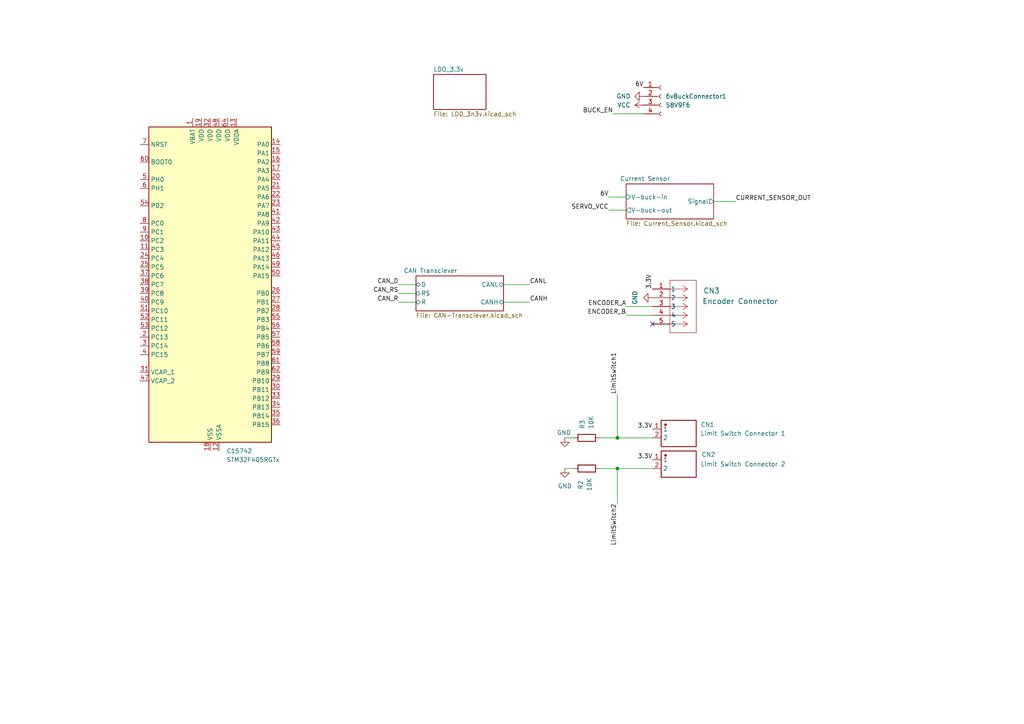
<source format=kicad_sch>
(kicad_sch
	(version 20250114)
	(generator "eeschema")
	(generator_version "9.0")
	(uuid "8a3e7f99-4046-40e8-bd7c-d9d1c8c7162e")
	(paper "A4")
	(lib_symbols
		(symbol "Connector:Conn_01x04_Socket"
			(pin_names
				(offset 1.016)
				(hide yes)
			)
			(exclude_from_sim no)
			(in_bom yes)
			(on_board yes)
			(property "Reference" "J"
				(at 0 5.08 0)
				(effects
					(font
						(size 1.27 1.27)
					)
				)
			)
			(property "Value" "Conn_01x04_Socket"
				(at 0 -7.62 0)
				(effects
					(font
						(size 1.27 1.27)
					)
				)
			)
			(property "Footprint" ""
				(at 0 0 0)
				(effects
					(font
						(size 1.27 1.27)
					)
					(hide yes)
				)
			)
			(property "Datasheet" "~"
				(at 0 0 0)
				(effects
					(font
						(size 1.27 1.27)
					)
					(hide yes)
				)
			)
			(property "Description" "Generic connector, single row, 01x04, script generated"
				(at 0 0 0)
				(effects
					(font
						(size 1.27 1.27)
					)
					(hide yes)
				)
			)
			(property "ki_locked" ""
				(at 0 0 0)
				(effects
					(font
						(size 1.27 1.27)
					)
				)
			)
			(property "ki_keywords" "connector"
				(at 0 0 0)
				(effects
					(font
						(size 1.27 1.27)
					)
					(hide yes)
				)
			)
			(property "ki_fp_filters" "Connector*:*_1x??_*"
				(at 0 0 0)
				(effects
					(font
						(size 1.27 1.27)
					)
					(hide yes)
				)
			)
			(symbol "Conn_01x04_Socket_1_1"
				(polyline
					(pts
						(xy -1.27 2.54) (xy -0.508 2.54)
					)
					(stroke
						(width 0.1524)
						(type default)
					)
					(fill
						(type none)
					)
				)
				(polyline
					(pts
						(xy -1.27 0) (xy -0.508 0)
					)
					(stroke
						(width 0.1524)
						(type default)
					)
					(fill
						(type none)
					)
				)
				(polyline
					(pts
						(xy -1.27 -2.54) (xy -0.508 -2.54)
					)
					(stroke
						(width 0.1524)
						(type default)
					)
					(fill
						(type none)
					)
				)
				(polyline
					(pts
						(xy -1.27 -5.08) (xy -0.508 -5.08)
					)
					(stroke
						(width 0.1524)
						(type default)
					)
					(fill
						(type none)
					)
				)
				(arc
					(start 0 2.032)
					(mid -0.5058 2.54)
					(end 0 3.048)
					(stroke
						(width 0.1524)
						(type default)
					)
					(fill
						(type none)
					)
				)
				(arc
					(start 0 -0.508)
					(mid -0.5058 0)
					(end 0 0.508)
					(stroke
						(width 0.1524)
						(type default)
					)
					(fill
						(type none)
					)
				)
				(arc
					(start 0 -3.048)
					(mid -0.5058 -2.54)
					(end 0 -2.032)
					(stroke
						(width 0.1524)
						(type default)
					)
					(fill
						(type none)
					)
				)
				(arc
					(start 0 -5.588)
					(mid -0.5058 -5.08)
					(end 0 -4.572)
					(stroke
						(width 0.1524)
						(type default)
					)
					(fill
						(type none)
					)
				)
				(pin passive line
					(at -5.08 2.54 0)
					(length 3.81)
					(name "Pin_1"
						(effects
							(font
								(size 1.27 1.27)
							)
						)
					)
					(number "1"
						(effects
							(font
								(size 1.27 1.27)
							)
						)
					)
				)
				(pin passive line
					(at -5.08 0 0)
					(length 3.81)
					(name "Pin_2"
						(effects
							(font
								(size 1.27 1.27)
							)
						)
					)
					(number "2"
						(effects
							(font
								(size 1.27 1.27)
							)
						)
					)
				)
				(pin passive line
					(at -5.08 -2.54 0)
					(length 3.81)
					(name "Pin_3"
						(effects
							(font
								(size 1.27 1.27)
							)
						)
					)
					(number "3"
						(effects
							(font
								(size 1.27 1.27)
							)
						)
					)
				)
				(pin passive line
					(at -5.08 -5.08 0)
					(length 3.81)
					(name "Pin_4"
						(effects
							(font
								(size 1.27 1.27)
							)
						)
					)
					(number "4"
						(effects
							(font
								(size 1.27 1.27)
							)
						)
					)
				)
			)
			(embedded_fonts no)
		)
		(symbol "Device:R"
			(pin_numbers
				(hide yes)
			)
			(pin_names
				(offset 0)
			)
			(exclude_from_sim no)
			(in_bom yes)
			(on_board yes)
			(property "Reference" "R"
				(at 2.032 0 90)
				(effects
					(font
						(size 1.27 1.27)
					)
				)
			)
			(property "Value" "R"
				(at 0 0 90)
				(effects
					(font
						(size 1.27 1.27)
					)
				)
			)
			(property "Footprint" ""
				(at -1.778 0 90)
				(effects
					(font
						(size 1.27 1.27)
					)
					(hide yes)
				)
			)
			(property "Datasheet" "~"
				(at 0 0 0)
				(effects
					(font
						(size 1.27 1.27)
					)
					(hide yes)
				)
			)
			(property "Description" "Resistor"
				(at 0 0 0)
				(effects
					(font
						(size 1.27 1.27)
					)
					(hide yes)
				)
			)
			(property "ki_keywords" "R res resistor"
				(at 0 0 0)
				(effects
					(font
						(size 1.27 1.27)
					)
					(hide yes)
				)
			)
			(property "ki_fp_filters" "R_*"
				(at 0 0 0)
				(effects
					(font
						(size 1.27 1.27)
					)
					(hide yes)
				)
			)
			(symbol "R_0_1"
				(rectangle
					(start -1.016 -2.54)
					(end 1.016 2.54)
					(stroke
						(width 0.254)
						(type default)
					)
					(fill
						(type none)
					)
				)
			)
			(symbol "R_1_1"
				(pin passive line
					(at 0 3.81 270)
					(length 1.27)
					(name "~"
						(effects
							(font
								(size 1.27 1.27)
							)
						)
					)
					(number "1"
						(effects
							(font
								(size 1.27 1.27)
							)
						)
					)
				)
				(pin passive line
					(at 0 -3.81 90)
					(length 1.27)
					(name "~"
						(effects
							(font
								(size 1.27 1.27)
							)
						)
					)
					(number "2"
						(effects
							(font
								(size 1.27 1.27)
							)
						)
					)
				)
			)
			(embedded_fonts no)
		)
		(symbol "MCU_ST_STM32F4:STM32F405RGTx"
			(exclude_from_sim no)
			(in_bom yes)
			(on_board yes)
			(property "Reference" "U"
				(at -17.78 46.99 0)
				(effects
					(font
						(size 1.27 1.27)
					)
					(justify left)
				)
			)
			(property "Value" "STM32F405RGTx"
				(at 10.16 46.99 0)
				(effects
					(font
						(size 1.27 1.27)
					)
					(justify left)
				)
			)
			(property "Footprint" "Package_QFP:LQFP-64_10x10mm_P0.5mm"
				(at -17.78 -45.72 0)
				(effects
					(font
						(size 1.27 1.27)
					)
					(justify right)
					(hide yes)
				)
			)
			(property "Datasheet" "https://www.st.com/resource/en/datasheet/stm32f405rg.pdf"
				(at 0 0 0)
				(effects
					(font
						(size 1.27 1.27)
					)
					(hide yes)
				)
			)
			(property "Description" "STMicroelectronics Arm Cortex-M4 MCU, 1024KB flash, 192KB RAM, 168 MHz, 1.8-3.6V, 51 GPIO, LQFP64"
				(at 0 0 0)
				(effects
					(font
						(size 1.27 1.27)
					)
					(hide yes)
				)
			)
			(property "ki_keywords" "Arm Cortex-M4 STM32F4 STM32F405/415"
				(at 0 0 0)
				(effects
					(font
						(size 1.27 1.27)
					)
					(hide yes)
				)
			)
			(property "ki_fp_filters" "LQFP*10x10mm*P0.5mm*"
				(at 0 0 0)
				(effects
					(font
						(size 1.27 1.27)
					)
					(hide yes)
				)
			)
			(symbol "STM32F405RGTx_0_1"
				(rectangle
					(start -17.78 -45.72)
					(end 17.78 45.72)
					(stroke
						(width 0.254)
						(type default)
					)
					(fill
						(type background)
					)
				)
			)
			(symbol "STM32F405RGTx_1_1"
				(pin input line
					(at -20.32 40.64 0)
					(length 2.54)
					(name "NRST"
						(effects
							(font
								(size 1.27 1.27)
							)
						)
					)
					(number "7"
						(effects
							(font
								(size 1.27 1.27)
							)
						)
					)
				)
				(pin input line
					(at -20.32 35.56 0)
					(length 2.54)
					(name "BOOT0"
						(effects
							(font
								(size 1.27 1.27)
							)
						)
					)
					(number "60"
						(effects
							(font
								(size 1.27 1.27)
							)
						)
					)
				)
				(pin bidirectional line
					(at -20.32 30.48 0)
					(length 2.54)
					(name "PH0"
						(effects
							(font
								(size 1.27 1.27)
							)
						)
					)
					(number "5"
						(effects
							(font
								(size 1.27 1.27)
							)
						)
					)
					(alternate "RCC_OSC_IN" bidirectional line)
				)
				(pin bidirectional line
					(at -20.32 27.94 0)
					(length 2.54)
					(name "PH1"
						(effects
							(font
								(size 1.27 1.27)
							)
						)
					)
					(number "6"
						(effects
							(font
								(size 1.27 1.27)
							)
						)
					)
					(alternate "RCC_OSC_OUT" bidirectional line)
				)
				(pin bidirectional line
					(at -20.32 22.86 0)
					(length 2.54)
					(name "PD2"
						(effects
							(font
								(size 1.27 1.27)
							)
						)
					)
					(number "54"
						(effects
							(font
								(size 1.27 1.27)
							)
						)
					)
					(alternate "SDIO_CMD" bidirectional line)
					(alternate "TIM3_ETR" bidirectional line)
					(alternate "UART5_RX" bidirectional line)
				)
				(pin bidirectional line
					(at -20.32 17.78 0)
					(length 2.54)
					(name "PC0"
						(effects
							(font
								(size 1.27 1.27)
							)
						)
					)
					(number "8"
						(effects
							(font
								(size 1.27 1.27)
							)
						)
					)
					(alternate "ADC1_IN10" bidirectional line)
					(alternate "ADC2_IN10" bidirectional line)
					(alternate "ADC3_IN10" bidirectional line)
					(alternate "USB_OTG_HS_ULPI_STP" bidirectional line)
				)
				(pin bidirectional line
					(at -20.32 15.24 0)
					(length 2.54)
					(name "PC1"
						(effects
							(font
								(size 1.27 1.27)
							)
						)
					)
					(number "9"
						(effects
							(font
								(size 1.27 1.27)
							)
						)
					)
					(alternate "ADC1_IN11" bidirectional line)
					(alternate "ADC2_IN11" bidirectional line)
					(alternate "ADC3_IN11" bidirectional line)
				)
				(pin bidirectional line
					(at -20.32 12.7 0)
					(length 2.54)
					(name "PC2"
						(effects
							(font
								(size 1.27 1.27)
							)
						)
					)
					(number "10"
						(effects
							(font
								(size 1.27 1.27)
							)
						)
					)
					(alternate "ADC1_IN12" bidirectional line)
					(alternate "ADC2_IN12" bidirectional line)
					(alternate "ADC3_IN12" bidirectional line)
					(alternate "I2S2_ext_SD" bidirectional line)
					(alternate "SPI2_MISO" bidirectional line)
					(alternate "USB_OTG_HS_ULPI_DIR" bidirectional line)
				)
				(pin bidirectional line
					(at -20.32 10.16 0)
					(length 2.54)
					(name "PC3"
						(effects
							(font
								(size 1.27 1.27)
							)
						)
					)
					(number "11"
						(effects
							(font
								(size 1.27 1.27)
							)
						)
					)
					(alternate "ADC1_IN13" bidirectional line)
					(alternate "ADC2_IN13" bidirectional line)
					(alternate "ADC3_IN13" bidirectional line)
					(alternate "I2S2_SD" bidirectional line)
					(alternate "SPI2_MOSI" bidirectional line)
					(alternate "USB_OTG_HS_ULPI_NXT" bidirectional line)
				)
				(pin bidirectional line
					(at -20.32 7.62 0)
					(length 2.54)
					(name "PC4"
						(effects
							(font
								(size 1.27 1.27)
							)
						)
					)
					(number "24"
						(effects
							(font
								(size 1.27 1.27)
							)
						)
					)
					(alternate "ADC1_IN14" bidirectional line)
					(alternate "ADC2_IN14" bidirectional line)
				)
				(pin bidirectional line
					(at -20.32 5.08 0)
					(length 2.54)
					(name "PC5"
						(effects
							(font
								(size 1.27 1.27)
							)
						)
					)
					(number "25"
						(effects
							(font
								(size 1.27 1.27)
							)
						)
					)
					(alternate "ADC1_IN15" bidirectional line)
					(alternate "ADC2_IN15" bidirectional line)
				)
				(pin bidirectional line
					(at -20.32 2.54 0)
					(length 2.54)
					(name "PC6"
						(effects
							(font
								(size 1.27 1.27)
							)
						)
					)
					(number "37"
						(effects
							(font
								(size 1.27 1.27)
							)
						)
					)
					(alternate "I2S2_MCK" bidirectional line)
					(alternate "SDIO_D6" bidirectional line)
					(alternate "TIM3_CH1" bidirectional line)
					(alternate "TIM8_CH1" bidirectional line)
					(alternate "USART6_TX" bidirectional line)
				)
				(pin bidirectional line
					(at -20.32 0 0)
					(length 2.54)
					(name "PC7"
						(effects
							(font
								(size 1.27 1.27)
							)
						)
					)
					(number "38"
						(effects
							(font
								(size 1.27 1.27)
							)
						)
					)
					(alternate "I2S3_MCK" bidirectional line)
					(alternate "SDIO_D7" bidirectional line)
					(alternate "TIM3_CH2" bidirectional line)
					(alternate "TIM8_CH2" bidirectional line)
					(alternate "USART6_RX" bidirectional line)
				)
				(pin bidirectional line
					(at -20.32 -2.54 0)
					(length 2.54)
					(name "PC8"
						(effects
							(font
								(size 1.27 1.27)
							)
						)
					)
					(number "39"
						(effects
							(font
								(size 1.27 1.27)
							)
						)
					)
					(alternate "SDIO_D0" bidirectional line)
					(alternate "TIM3_CH3" bidirectional line)
					(alternate "TIM8_CH3" bidirectional line)
					(alternate "USART6_CK" bidirectional line)
				)
				(pin bidirectional line
					(at -20.32 -5.08 0)
					(length 2.54)
					(name "PC9"
						(effects
							(font
								(size 1.27 1.27)
							)
						)
					)
					(number "40"
						(effects
							(font
								(size 1.27 1.27)
							)
						)
					)
					(alternate "DAC_EXTI9" bidirectional line)
					(alternate "I2C3_SDA" bidirectional line)
					(alternate "I2S_CKIN" bidirectional line)
					(alternate "RCC_MCO_2" bidirectional line)
					(alternate "SDIO_D1" bidirectional line)
					(alternate "TIM3_CH4" bidirectional line)
					(alternate "TIM8_CH4" bidirectional line)
				)
				(pin bidirectional line
					(at -20.32 -7.62 0)
					(length 2.54)
					(name "PC10"
						(effects
							(font
								(size 1.27 1.27)
							)
						)
					)
					(number "51"
						(effects
							(font
								(size 1.27 1.27)
							)
						)
					)
					(alternate "I2S3_CK" bidirectional line)
					(alternate "SDIO_D2" bidirectional line)
					(alternate "SPI3_SCK" bidirectional line)
					(alternate "UART4_TX" bidirectional line)
					(alternate "USART3_TX" bidirectional line)
				)
				(pin bidirectional line
					(at -20.32 -10.16 0)
					(length 2.54)
					(name "PC11"
						(effects
							(font
								(size 1.27 1.27)
							)
						)
					)
					(number "52"
						(effects
							(font
								(size 1.27 1.27)
							)
						)
					)
					(alternate "ADC1_EXTI11" bidirectional line)
					(alternate "ADC2_EXTI11" bidirectional line)
					(alternate "ADC3_EXTI11" bidirectional line)
					(alternate "I2S3_ext_SD" bidirectional line)
					(alternate "SDIO_D3" bidirectional line)
					(alternate "SPI3_MISO" bidirectional line)
					(alternate "UART4_RX" bidirectional line)
					(alternate "USART3_RX" bidirectional line)
				)
				(pin bidirectional line
					(at -20.32 -12.7 0)
					(length 2.54)
					(name "PC12"
						(effects
							(font
								(size 1.27 1.27)
							)
						)
					)
					(number "53"
						(effects
							(font
								(size 1.27 1.27)
							)
						)
					)
					(alternate "I2S3_SD" bidirectional line)
					(alternate "SDIO_CK" bidirectional line)
					(alternate "SPI3_MOSI" bidirectional line)
					(alternate "UART5_TX" bidirectional line)
					(alternate "USART3_CK" bidirectional line)
				)
				(pin bidirectional line
					(at -20.32 -15.24 0)
					(length 2.54)
					(name "PC13"
						(effects
							(font
								(size 1.27 1.27)
							)
						)
					)
					(number "2"
						(effects
							(font
								(size 1.27 1.27)
							)
						)
					)
					(alternate "RTC_AF1" bidirectional line)
				)
				(pin bidirectional line
					(at -20.32 -17.78 0)
					(length 2.54)
					(name "PC14"
						(effects
							(font
								(size 1.27 1.27)
							)
						)
					)
					(number "3"
						(effects
							(font
								(size 1.27 1.27)
							)
						)
					)
					(alternate "RCC_OSC32_IN" bidirectional line)
				)
				(pin bidirectional line
					(at -20.32 -20.32 0)
					(length 2.54)
					(name "PC15"
						(effects
							(font
								(size 1.27 1.27)
							)
						)
					)
					(number "4"
						(effects
							(font
								(size 1.27 1.27)
							)
						)
					)
					(alternate "ADC1_EXTI15" bidirectional line)
					(alternate "ADC2_EXTI15" bidirectional line)
					(alternate "ADC3_EXTI15" bidirectional line)
					(alternate "RCC_OSC32_OUT" bidirectional line)
				)
				(pin power_out line
					(at -20.32 -25.4 0)
					(length 2.54)
					(name "VCAP_1"
						(effects
							(font
								(size 1.27 1.27)
							)
						)
					)
					(number "31"
						(effects
							(font
								(size 1.27 1.27)
							)
						)
					)
				)
				(pin power_out line
					(at -20.32 -27.94 0)
					(length 2.54)
					(name "VCAP_2"
						(effects
							(font
								(size 1.27 1.27)
							)
						)
					)
					(number "47"
						(effects
							(font
								(size 1.27 1.27)
							)
						)
					)
				)
				(pin power_in line
					(at -5.08 48.26 270)
					(length 2.54)
					(name "VBAT"
						(effects
							(font
								(size 1.27 1.27)
							)
						)
					)
					(number "1"
						(effects
							(font
								(size 1.27 1.27)
							)
						)
					)
				)
				(pin power_in line
					(at -2.54 48.26 270)
					(length 2.54)
					(name "VDD"
						(effects
							(font
								(size 1.27 1.27)
							)
						)
					)
					(number "19"
						(effects
							(font
								(size 1.27 1.27)
							)
						)
					)
				)
				(pin power_in line
					(at 0 48.26 270)
					(length 2.54)
					(name "VDD"
						(effects
							(font
								(size 1.27 1.27)
							)
						)
					)
					(number "32"
						(effects
							(font
								(size 1.27 1.27)
							)
						)
					)
				)
				(pin power_in line
					(at 0 -48.26 90)
					(length 2.54)
					(name "VSS"
						(effects
							(font
								(size 1.27 1.27)
							)
						)
					)
					(number "18"
						(effects
							(font
								(size 1.27 1.27)
							)
						)
					)
				)
				(pin passive line
					(at 0 -48.26 90)
					(length 2.54)
					(hide yes)
					(name "VSS"
						(effects
							(font
								(size 1.27 1.27)
							)
						)
					)
					(number "63"
						(effects
							(font
								(size 1.27 1.27)
							)
						)
					)
				)
				(pin power_in line
					(at 2.54 48.26 270)
					(length 2.54)
					(name "VDD"
						(effects
							(font
								(size 1.27 1.27)
							)
						)
					)
					(number "48"
						(effects
							(font
								(size 1.27 1.27)
							)
						)
					)
				)
				(pin power_in line
					(at 2.54 -48.26 90)
					(length 2.54)
					(name "VSSA"
						(effects
							(font
								(size 1.27 1.27)
							)
						)
					)
					(number "12"
						(effects
							(font
								(size 1.27 1.27)
							)
						)
					)
				)
				(pin power_in line
					(at 5.08 48.26 270)
					(length 2.54)
					(name "VDD"
						(effects
							(font
								(size 1.27 1.27)
							)
						)
					)
					(number "64"
						(effects
							(font
								(size 1.27 1.27)
							)
						)
					)
				)
				(pin power_in line
					(at 7.62 48.26 270)
					(length 2.54)
					(name "VDDA"
						(effects
							(font
								(size 1.27 1.27)
							)
						)
					)
					(number "13"
						(effects
							(font
								(size 1.27 1.27)
							)
						)
					)
				)
				(pin bidirectional line
					(at 20.32 40.64 180)
					(length 2.54)
					(name "PA0"
						(effects
							(font
								(size 1.27 1.27)
							)
						)
					)
					(number "14"
						(effects
							(font
								(size 1.27 1.27)
							)
						)
					)
					(alternate "ADC1_IN0" bidirectional line)
					(alternate "ADC2_IN0" bidirectional line)
					(alternate "ADC3_IN0" bidirectional line)
					(alternate "SYS_WKUP" bidirectional line)
					(alternate "TIM2_CH1" bidirectional line)
					(alternate "TIM2_ETR" bidirectional line)
					(alternate "TIM5_CH1" bidirectional line)
					(alternate "TIM8_ETR" bidirectional line)
					(alternate "UART4_TX" bidirectional line)
					(alternate "USART2_CTS" bidirectional line)
				)
				(pin bidirectional line
					(at 20.32 38.1 180)
					(length 2.54)
					(name "PA1"
						(effects
							(font
								(size 1.27 1.27)
							)
						)
					)
					(number "15"
						(effects
							(font
								(size 1.27 1.27)
							)
						)
					)
					(alternate "ADC1_IN1" bidirectional line)
					(alternate "ADC2_IN1" bidirectional line)
					(alternate "ADC3_IN1" bidirectional line)
					(alternate "TIM2_CH2" bidirectional line)
					(alternate "TIM5_CH2" bidirectional line)
					(alternate "UART4_RX" bidirectional line)
					(alternate "USART2_RTS" bidirectional line)
				)
				(pin bidirectional line
					(at 20.32 35.56 180)
					(length 2.54)
					(name "PA2"
						(effects
							(font
								(size 1.27 1.27)
							)
						)
					)
					(number "16"
						(effects
							(font
								(size 1.27 1.27)
							)
						)
					)
					(alternate "ADC1_IN2" bidirectional line)
					(alternate "ADC2_IN2" bidirectional line)
					(alternate "ADC3_IN2" bidirectional line)
					(alternate "TIM2_CH3" bidirectional line)
					(alternate "TIM5_CH3" bidirectional line)
					(alternate "TIM9_CH1" bidirectional line)
					(alternate "USART2_TX" bidirectional line)
				)
				(pin bidirectional line
					(at 20.32 33.02 180)
					(length 2.54)
					(name "PA3"
						(effects
							(font
								(size 1.27 1.27)
							)
						)
					)
					(number "17"
						(effects
							(font
								(size 1.27 1.27)
							)
						)
					)
					(alternate "ADC1_IN3" bidirectional line)
					(alternate "ADC2_IN3" bidirectional line)
					(alternate "ADC3_IN3" bidirectional line)
					(alternate "TIM2_CH4" bidirectional line)
					(alternate "TIM5_CH4" bidirectional line)
					(alternate "TIM9_CH2" bidirectional line)
					(alternate "USART2_RX" bidirectional line)
					(alternate "USB_OTG_HS_ULPI_D0" bidirectional line)
				)
				(pin bidirectional line
					(at 20.32 30.48 180)
					(length 2.54)
					(name "PA4"
						(effects
							(font
								(size 1.27 1.27)
							)
						)
					)
					(number "20"
						(effects
							(font
								(size 1.27 1.27)
							)
						)
					)
					(alternate "ADC1_IN4" bidirectional line)
					(alternate "ADC2_IN4" bidirectional line)
					(alternate "DAC_OUT1" bidirectional line)
					(alternate "I2S3_WS" bidirectional line)
					(alternate "SPI1_NSS" bidirectional line)
					(alternate "SPI3_NSS" bidirectional line)
					(alternate "USART2_CK" bidirectional line)
					(alternate "USB_OTG_HS_SOF" bidirectional line)
				)
				(pin bidirectional line
					(at 20.32 27.94 180)
					(length 2.54)
					(name "PA5"
						(effects
							(font
								(size 1.27 1.27)
							)
						)
					)
					(number "21"
						(effects
							(font
								(size 1.27 1.27)
							)
						)
					)
					(alternate "ADC1_IN5" bidirectional line)
					(alternate "ADC2_IN5" bidirectional line)
					(alternate "DAC_OUT2" bidirectional line)
					(alternate "SPI1_SCK" bidirectional line)
					(alternate "TIM2_CH1" bidirectional line)
					(alternate "TIM2_ETR" bidirectional line)
					(alternate "TIM8_CH1N" bidirectional line)
					(alternate "USB_OTG_HS_ULPI_CK" bidirectional line)
				)
				(pin bidirectional line
					(at 20.32 25.4 180)
					(length 2.54)
					(name "PA6"
						(effects
							(font
								(size 1.27 1.27)
							)
						)
					)
					(number "22"
						(effects
							(font
								(size 1.27 1.27)
							)
						)
					)
					(alternate "ADC1_IN6" bidirectional line)
					(alternate "ADC2_IN6" bidirectional line)
					(alternate "SPI1_MISO" bidirectional line)
					(alternate "TIM13_CH1" bidirectional line)
					(alternate "TIM1_BKIN" bidirectional line)
					(alternate "TIM3_CH1" bidirectional line)
					(alternate "TIM8_BKIN" bidirectional line)
				)
				(pin bidirectional line
					(at 20.32 22.86 180)
					(length 2.54)
					(name "PA7"
						(effects
							(font
								(size 1.27 1.27)
							)
						)
					)
					(number "23"
						(effects
							(font
								(size 1.27 1.27)
							)
						)
					)
					(alternate "ADC1_IN7" bidirectional line)
					(alternate "ADC2_IN7" bidirectional line)
					(alternate "SPI1_MOSI" bidirectional line)
					(alternate "TIM14_CH1" bidirectional line)
					(alternate "TIM1_CH1N" bidirectional line)
					(alternate "TIM3_CH2" bidirectional line)
					(alternate "TIM8_CH1N" bidirectional line)
				)
				(pin bidirectional line
					(at 20.32 20.32 180)
					(length 2.54)
					(name "PA8"
						(effects
							(font
								(size 1.27 1.27)
							)
						)
					)
					(number "41"
						(effects
							(font
								(size 1.27 1.27)
							)
						)
					)
					(alternate "I2C3_SCL" bidirectional line)
					(alternate "RCC_MCO_1" bidirectional line)
					(alternate "TIM1_CH1" bidirectional line)
					(alternate "USART1_CK" bidirectional line)
					(alternate "USB_OTG_FS_SOF" bidirectional line)
				)
				(pin bidirectional line
					(at 20.32 17.78 180)
					(length 2.54)
					(name "PA9"
						(effects
							(font
								(size 1.27 1.27)
							)
						)
					)
					(number "42"
						(effects
							(font
								(size 1.27 1.27)
							)
						)
					)
					(alternate "DAC_EXTI9" bidirectional line)
					(alternate "I2C3_SMBA" bidirectional line)
					(alternate "TIM1_CH2" bidirectional line)
					(alternate "USART1_TX" bidirectional line)
					(alternate "USB_OTG_FS_VBUS" bidirectional line)
				)
				(pin bidirectional line
					(at 20.32 15.24 180)
					(length 2.54)
					(name "PA10"
						(effects
							(font
								(size 1.27 1.27)
							)
						)
					)
					(number "43"
						(effects
							(font
								(size 1.27 1.27)
							)
						)
					)
					(alternate "TIM1_CH3" bidirectional line)
					(alternate "USART1_RX" bidirectional line)
					(alternate "USB_OTG_FS_ID" bidirectional line)
				)
				(pin bidirectional line
					(at 20.32 12.7 180)
					(length 2.54)
					(name "PA11"
						(effects
							(font
								(size 1.27 1.27)
							)
						)
					)
					(number "44"
						(effects
							(font
								(size 1.27 1.27)
							)
						)
					)
					(alternate "ADC1_EXTI11" bidirectional line)
					(alternate "ADC2_EXTI11" bidirectional line)
					(alternate "ADC3_EXTI11" bidirectional line)
					(alternate "CAN1_RX" bidirectional line)
					(alternate "TIM1_CH4" bidirectional line)
					(alternate "USART1_CTS" bidirectional line)
					(alternate "USB_OTG_FS_DM" bidirectional line)
				)
				(pin bidirectional line
					(at 20.32 10.16 180)
					(length 2.54)
					(name "PA12"
						(effects
							(font
								(size 1.27 1.27)
							)
						)
					)
					(number "45"
						(effects
							(font
								(size 1.27 1.27)
							)
						)
					)
					(alternate "CAN1_TX" bidirectional line)
					(alternate "TIM1_ETR" bidirectional line)
					(alternate "USART1_RTS" bidirectional line)
					(alternate "USB_OTG_FS_DP" bidirectional line)
				)
				(pin bidirectional line
					(at 20.32 7.62 180)
					(length 2.54)
					(name "PA13"
						(effects
							(font
								(size 1.27 1.27)
							)
						)
					)
					(number "46"
						(effects
							(font
								(size 1.27 1.27)
							)
						)
					)
					(alternate "SYS_JTMS-SWDIO" bidirectional line)
				)
				(pin bidirectional line
					(at 20.32 5.08 180)
					(length 2.54)
					(name "PA14"
						(effects
							(font
								(size 1.27 1.27)
							)
						)
					)
					(number "49"
						(effects
							(font
								(size 1.27 1.27)
							)
						)
					)
					(alternate "SYS_JTCK-SWCLK" bidirectional line)
				)
				(pin bidirectional line
					(at 20.32 2.54 180)
					(length 2.54)
					(name "PA15"
						(effects
							(font
								(size 1.27 1.27)
							)
						)
					)
					(number "50"
						(effects
							(font
								(size 1.27 1.27)
							)
						)
					)
					(alternate "ADC1_EXTI15" bidirectional line)
					(alternate "ADC2_EXTI15" bidirectional line)
					(alternate "ADC3_EXTI15" bidirectional line)
					(alternate "I2S3_WS" bidirectional line)
					(alternate "SPI1_NSS" bidirectional line)
					(alternate "SPI3_NSS" bidirectional line)
					(alternate "SYS_JTDI" bidirectional line)
					(alternate "TIM2_CH1" bidirectional line)
					(alternate "TIM2_ETR" bidirectional line)
				)
				(pin bidirectional line
					(at 20.32 -2.54 180)
					(length 2.54)
					(name "PB0"
						(effects
							(font
								(size 1.27 1.27)
							)
						)
					)
					(number "26"
						(effects
							(font
								(size 1.27 1.27)
							)
						)
					)
					(alternate "ADC1_IN8" bidirectional line)
					(alternate "ADC2_IN8" bidirectional line)
					(alternate "TIM1_CH2N" bidirectional line)
					(alternate "TIM3_CH3" bidirectional line)
					(alternate "TIM8_CH2N" bidirectional line)
					(alternate "USB_OTG_HS_ULPI_D1" bidirectional line)
				)
				(pin bidirectional line
					(at 20.32 -5.08 180)
					(length 2.54)
					(name "PB1"
						(effects
							(font
								(size 1.27 1.27)
							)
						)
					)
					(number "27"
						(effects
							(font
								(size 1.27 1.27)
							)
						)
					)
					(alternate "ADC1_IN9" bidirectional line)
					(alternate "ADC2_IN9" bidirectional line)
					(alternate "TIM1_CH3N" bidirectional line)
					(alternate "TIM3_CH4" bidirectional line)
					(alternate "TIM8_CH3N" bidirectional line)
					(alternate "USB_OTG_HS_ULPI_D2" bidirectional line)
				)
				(pin bidirectional line
					(at 20.32 -7.62 180)
					(length 2.54)
					(name "PB2"
						(effects
							(font
								(size 1.27 1.27)
							)
						)
					)
					(number "28"
						(effects
							(font
								(size 1.27 1.27)
							)
						)
					)
				)
				(pin bidirectional line
					(at 20.32 -10.16 180)
					(length 2.54)
					(name "PB3"
						(effects
							(font
								(size 1.27 1.27)
							)
						)
					)
					(number "55"
						(effects
							(font
								(size 1.27 1.27)
							)
						)
					)
					(alternate "I2S3_CK" bidirectional line)
					(alternate "SPI1_SCK" bidirectional line)
					(alternate "SPI3_SCK" bidirectional line)
					(alternate "SYS_JTDO-SWO" bidirectional line)
					(alternate "TIM2_CH2" bidirectional line)
				)
				(pin bidirectional line
					(at 20.32 -12.7 180)
					(length 2.54)
					(name "PB4"
						(effects
							(font
								(size 1.27 1.27)
							)
						)
					)
					(number "56"
						(effects
							(font
								(size 1.27 1.27)
							)
						)
					)
					(alternate "I2S3_ext_SD" bidirectional line)
					(alternate "SPI1_MISO" bidirectional line)
					(alternate "SPI3_MISO" bidirectional line)
					(alternate "SYS_JTRST" bidirectional line)
					(alternate "TIM3_CH1" bidirectional line)
				)
				(pin bidirectional line
					(at 20.32 -15.24 180)
					(length 2.54)
					(name "PB5"
						(effects
							(font
								(size 1.27 1.27)
							)
						)
					)
					(number "57"
						(effects
							(font
								(size 1.27 1.27)
							)
						)
					)
					(alternate "CAN2_RX" bidirectional line)
					(alternate "I2C1_SMBA" bidirectional line)
					(alternate "I2S3_SD" bidirectional line)
					(alternate "SPI1_MOSI" bidirectional line)
					(alternate "SPI3_MOSI" bidirectional line)
					(alternate "TIM3_CH2" bidirectional line)
					(alternate "USB_OTG_HS_ULPI_D7" bidirectional line)
				)
				(pin bidirectional line
					(at 20.32 -17.78 180)
					(length 2.54)
					(name "PB6"
						(effects
							(font
								(size 1.27 1.27)
							)
						)
					)
					(number "58"
						(effects
							(font
								(size 1.27 1.27)
							)
						)
					)
					(alternate "CAN2_TX" bidirectional line)
					(alternate "I2C1_SCL" bidirectional line)
					(alternate "TIM4_CH1" bidirectional line)
					(alternate "USART1_TX" bidirectional line)
				)
				(pin bidirectional line
					(at 20.32 -20.32 180)
					(length 2.54)
					(name "PB7"
						(effects
							(font
								(size 1.27 1.27)
							)
						)
					)
					(number "59"
						(effects
							(font
								(size 1.27 1.27)
							)
						)
					)
					(alternate "I2C1_SDA" bidirectional line)
					(alternate "TIM4_CH2" bidirectional line)
					(alternate "USART1_RX" bidirectional line)
				)
				(pin bidirectional line
					(at 20.32 -22.86 180)
					(length 2.54)
					(name "PB8"
						(effects
							(font
								(size 1.27 1.27)
							)
						)
					)
					(number "61"
						(effects
							(font
								(size 1.27 1.27)
							)
						)
					)
					(alternate "CAN1_RX" bidirectional line)
					(alternate "I2C1_SCL" bidirectional line)
					(alternate "SDIO_D4" bidirectional line)
					(alternate "TIM10_CH1" bidirectional line)
					(alternate "TIM4_CH3" bidirectional line)
				)
				(pin bidirectional line
					(at 20.32 -25.4 180)
					(length 2.54)
					(name "PB9"
						(effects
							(font
								(size 1.27 1.27)
							)
						)
					)
					(number "62"
						(effects
							(font
								(size 1.27 1.27)
							)
						)
					)
					(alternate "CAN1_TX" bidirectional line)
					(alternate "DAC_EXTI9" bidirectional line)
					(alternate "I2C1_SDA" bidirectional line)
					(alternate "I2S2_WS" bidirectional line)
					(alternate "SDIO_D5" bidirectional line)
					(alternate "SPI2_NSS" bidirectional line)
					(alternate "TIM11_CH1" bidirectional line)
					(alternate "TIM4_CH4" bidirectional line)
				)
				(pin bidirectional line
					(at 20.32 -27.94 180)
					(length 2.54)
					(name "PB10"
						(effects
							(font
								(size 1.27 1.27)
							)
						)
					)
					(number "29"
						(effects
							(font
								(size 1.27 1.27)
							)
						)
					)
					(alternate "I2C2_SCL" bidirectional line)
					(alternate "I2S2_CK" bidirectional line)
					(alternate "SPI2_SCK" bidirectional line)
					(alternate "TIM2_CH3" bidirectional line)
					(alternate "USART3_TX" bidirectional line)
					(alternate "USB_OTG_HS_ULPI_D3" bidirectional line)
				)
				(pin bidirectional line
					(at 20.32 -30.48 180)
					(length 2.54)
					(name "PB11"
						(effects
							(font
								(size 1.27 1.27)
							)
						)
					)
					(number "30"
						(effects
							(font
								(size 1.27 1.27)
							)
						)
					)
					(alternate "ADC1_EXTI11" bidirectional line)
					(alternate "ADC2_EXTI11" bidirectional line)
					(alternate "ADC3_EXTI11" bidirectional line)
					(alternate "I2C2_SDA" bidirectional line)
					(alternate "TIM2_CH4" bidirectional line)
					(alternate "USART3_RX" bidirectional line)
					(alternate "USB_OTG_HS_ULPI_D4" bidirectional line)
				)
				(pin bidirectional line
					(at 20.32 -33.02 180)
					(length 2.54)
					(name "PB12"
						(effects
							(font
								(size 1.27 1.27)
							)
						)
					)
					(number "33"
						(effects
							(font
								(size 1.27 1.27)
							)
						)
					)
					(alternate "CAN2_RX" bidirectional line)
					(alternate "I2C2_SMBA" bidirectional line)
					(alternate "I2S2_WS" bidirectional line)
					(alternate "SPI2_NSS" bidirectional line)
					(alternate "TIM1_BKIN" bidirectional line)
					(alternate "USART3_CK" bidirectional line)
					(alternate "USB_OTG_HS_ID" bidirectional line)
					(alternate "USB_OTG_HS_ULPI_D5" bidirectional line)
				)
				(pin bidirectional line
					(at 20.32 -35.56 180)
					(length 2.54)
					(name "PB13"
						(effects
							(font
								(size 1.27 1.27)
							)
						)
					)
					(number "34"
						(effects
							(font
								(size 1.27 1.27)
							)
						)
					)
					(alternate "CAN2_TX" bidirectional line)
					(alternate "I2S2_CK" bidirectional line)
					(alternate "SPI2_SCK" bidirectional line)
					(alternate "TIM1_CH1N" bidirectional line)
					(alternate "USART3_CTS" bidirectional line)
					(alternate "USB_OTG_HS_ULPI_D6" bidirectional line)
					(alternate "USB_OTG_HS_VBUS" bidirectional line)
				)
				(pin bidirectional line
					(at 20.32 -38.1 180)
					(length 2.54)
					(name "PB14"
						(effects
							(font
								(size 1.27 1.27)
							)
						)
					)
					(number "35"
						(effects
							(font
								(size 1.27 1.27)
							)
						)
					)
					(alternate "I2S2_ext_SD" bidirectional line)
					(alternate "SPI2_MISO" bidirectional line)
					(alternate "TIM12_CH1" bidirectional line)
					(alternate "TIM1_CH2N" bidirectional line)
					(alternate "TIM8_CH2N" bidirectional line)
					(alternate "USART3_RTS" bidirectional line)
					(alternate "USB_OTG_HS_DM" bidirectional line)
				)
				(pin bidirectional line
					(at 20.32 -40.64 180)
					(length 2.54)
					(name "PB15"
						(effects
							(font
								(size 1.27 1.27)
							)
						)
					)
					(number "36"
						(effects
							(font
								(size 1.27 1.27)
							)
						)
					)
					(alternate "ADC1_EXTI15" bidirectional line)
					(alternate "ADC2_EXTI15" bidirectional line)
					(alternate "ADC3_EXTI15" bidirectional line)
					(alternate "I2S2_SD" bidirectional line)
					(alternate "RTC_REFIN" bidirectional line)
					(alternate "SPI2_MOSI" bidirectional line)
					(alternate "TIM12_CH2" bidirectional line)
					(alternate "TIM1_CH3N" bidirectional line)
					(alternate "TIM8_CH3N" bidirectional line)
					(alternate "USB_OTG_HS_DP" bidirectional line)
				)
			)
			(embedded_fonts no)
		)
		(symbol "S05B_PASK_2_LF_SN:S05B-PASK-2LFSN"
			(pin_names
				(offset 0.254)
			)
			(exclude_from_sim no)
			(in_bom yes)
			(on_board yes)
			(property "Reference" "J"
				(at 8.89 6.35 0)
				(effects
					(font
						(size 1.524 1.524)
					)
				)
			)
			(property "Value" "S05B-PASK-2LFSN"
				(at 0 0 0)
				(effects
					(font
						(size 1.524 1.524)
					)
				)
			)
			(property "Footprint" "CONN_S05B-PASK-2_JST"
				(at 0 0 0)
				(effects
					(font
						(size 1.27 1.27)
						(italic yes)
					)
					(hide yes)
				)
			)
			(property "Datasheet" "S05B-PASK-2LFSN"
				(at 0 0 0)
				(effects
					(font
						(size 1.27 1.27)
						(italic yes)
					)
					(hide yes)
				)
			)
			(property "Description" ""
				(at 0 0 0)
				(effects
					(font
						(size 1.27 1.27)
					)
					(hide yes)
				)
			)
			(property "ki_locked" ""
				(at 0 0 0)
				(effects
					(font
						(size 1.27 1.27)
					)
				)
			)
			(property "ki_keywords" "S05B-PASK-2(LF)(SN)"
				(at 0 0 0)
				(effects
					(font
						(size 1.27 1.27)
					)
					(hide yes)
				)
			)
			(property "ki_fp_filters" "CONN_S05B-PASK-2_JST"
				(at 0 0 0)
				(effects
					(font
						(size 1.27 1.27)
					)
					(hide yes)
				)
			)
			(symbol "S05B-PASK-2LFSN_1_1"
				(polyline
					(pts
						(xy 5.08 2.54) (xy 5.08 -12.7)
					)
					(stroke
						(width 0.127)
						(type default)
					)
					(fill
						(type none)
					)
				)
				(polyline
					(pts
						(xy 5.08 -12.7) (xy 12.7 -12.7)
					)
					(stroke
						(width 0.127)
						(type default)
					)
					(fill
						(type none)
					)
				)
				(polyline
					(pts
						(xy 10.16 0) (xy 5.08 0)
					)
					(stroke
						(width 0.127)
						(type default)
					)
					(fill
						(type none)
					)
				)
				(polyline
					(pts
						(xy 10.16 0) (xy 8.89 0.8467)
					)
					(stroke
						(width 0.127)
						(type default)
					)
					(fill
						(type none)
					)
				)
				(polyline
					(pts
						(xy 10.16 0) (xy 8.89 -0.8467)
					)
					(stroke
						(width 0.127)
						(type default)
					)
					(fill
						(type none)
					)
				)
				(polyline
					(pts
						(xy 10.16 -2.54) (xy 5.08 -2.54)
					)
					(stroke
						(width 0.127)
						(type default)
					)
					(fill
						(type none)
					)
				)
				(polyline
					(pts
						(xy 10.16 -2.54) (xy 8.89 -1.6933)
					)
					(stroke
						(width 0.127)
						(type default)
					)
					(fill
						(type none)
					)
				)
				(polyline
					(pts
						(xy 10.16 -2.54) (xy 8.89 -3.3867)
					)
					(stroke
						(width 0.127)
						(type default)
					)
					(fill
						(type none)
					)
				)
				(polyline
					(pts
						(xy 10.16 -5.08) (xy 5.08 -5.08)
					)
					(stroke
						(width 0.127)
						(type default)
					)
					(fill
						(type none)
					)
				)
				(polyline
					(pts
						(xy 10.16 -5.08) (xy 8.89 -4.2333)
					)
					(stroke
						(width 0.127)
						(type default)
					)
					(fill
						(type none)
					)
				)
				(polyline
					(pts
						(xy 10.16 -5.08) (xy 8.89 -5.9267)
					)
					(stroke
						(width 0.127)
						(type default)
					)
					(fill
						(type none)
					)
				)
				(polyline
					(pts
						(xy 10.16 -7.62) (xy 5.08 -7.62)
					)
					(stroke
						(width 0.127)
						(type default)
					)
					(fill
						(type none)
					)
				)
				(polyline
					(pts
						(xy 10.16 -7.62) (xy 8.89 -6.7733)
					)
					(stroke
						(width 0.127)
						(type default)
					)
					(fill
						(type none)
					)
				)
				(polyline
					(pts
						(xy 10.16 -7.62) (xy 8.89 -8.4667)
					)
					(stroke
						(width 0.127)
						(type default)
					)
					(fill
						(type none)
					)
				)
				(polyline
					(pts
						(xy 10.16 -10.16) (xy 5.08 -10.16)
					)
					(stroke
						(width 0.127)
						(type default)
					)
					(fill
						(type none)
					)
				)
				(polyline
					(pts
						(xy 10.16 -10.16) (xy 8.89 -9.3133)
					)
					(stroke
						(width 0.127)
						(type default)
					)
					(fill
						(type none)
					)
				)
				(polyline
					(pts
						(xy 10.16 -10.16) (xy 8.89 -11.0067)
					)
					(stroke
						(width 0.127)
						(type default)
					)
					(fill
						(type none)
					)
				)
				(polyline
					(pts
						(xy 12.7 2.54) (xy 5.08 2.54)
					)
					(stroke
						(width 0.127)
						(type default)
					)
					(fill
						(type none)
					)
				)
				(polyline
					(pts
						(xy 12.7 -12.7) (xy 12.7 2.54)
					)
					(stroke
						(width 0.127)
						(type default)
					)
					(fill
						(type none)
					)
				)
				(pin unspecified line
					(at 0 0 0)
					(length 5.08)
					(name "1"
						(effects
							(font
								(size 1.27 1.27)
							)
						)
					)
					(number "1"
						(effects
							(font
								(size 1.27 1.27)
							)
						)
					)
				)
				(pin unspecified line
					(at 0 -2.54 0)
					(length 5.08)
					(name "2"
						(effects
							(font
								(size 1.27 1.27)
							)
						)
					)
					(number "2"
						(effects
							(font
								(size 1.27 1.27)
							)
						)
					)
				)
				(pin unspecified line
					(at 0 -5.08 0)
					(length 5.08)
					(name "3"
						(effects
							(font
								(size 1.27 1.27)
							)
						)
					)
					(number "3"
						(effects
							(font
								(size 1.27 1.27)
							)
						)
					)
				)
				(pin unspecified line
					(at 0 -7.62 0)
					(length 5.08)
					(name "4"
						(effects
							(font
								(size 1.27 1.27)
							)
						)
					)
					(number "4"
						(effects
							(font
								(size 1.27 1.27)
							)
						)
					)
				)
				(pin unspecified line
					(at 0 -10.16 0)
					(length 5.08)
					(name "5"
						(effects
							(font
								(size 1.27 1.27)
							)
						)
					)
					(number "5"
						(effects
							(font
								(size 1.27 1.27)
							)
						)
					)
				)
			)
			(symbol "S05B-PASK-2LFSN_1_2"
				(polyline
					(pts
						(xy 5.08 2.54) (xy 5.08 -12.7)
					)
					(stroke
						(width 0.127)
						(type default)
					)
					(fill
						(type none)
					)
				)
				(polyline
					(pts
						(xy 5.08 -12.7) (xy 12.7 -12.7)
					)
					(stroke
						(width 0.127)
						(type default)
					)
					(fill
						(type none)
					)
				)
				(polyline
					(pts
						(xy 7.62 0) (xy 5.08 0)
					)
					(stroke
						(width 0.127)
						(type default)
					)
					(fill
						(type none)
					)
				)
				(polyline
					(pts
						(xy 7.62 0) (xy 8.89 0.8467)
					)
					(stroke
						(width 0.127)
						(type default)
					)
					(fill
						(type none)
					)
				)
				(polyline
					(pts
						(xy 7.62 0) (xy 8.89 -0.8467)
					)
					(stroke
						(width 0.127)
						(type default)
					)
					(fill
						(type none)
					)
				)
				(polyline
					(pts
						(xy 7.62 -2.54) (xy 5.08 -2.54)
					)
					(stroke
						(width 0.127)
						(type default)
					)
					(fill
						(type none)
					)
				)
				(polyline
					(pts
						(xy 7.62 -2.54) (xy 8.89 -1.6933)
					)
					(stroke
						(width 0.127)
						(type default)
					)
					(fill
						(type none)
					)
				)
				(polyline
					(pts
						(xy 7.62 -2.54) (xy 8.89 -3.3867)
					)
					(stroke
						(width 0.127)
						(type default)
					)
					(fill
						(type none)
					)
				)
				(polyline
					(pts
						(xy 7.62 -5.08) (xy 5.08 -5.08)
					)
					(stroke
						(width 0.127)
						(type default)
					)
					(fill
						(type none)
					)
				)
				(polyline
					(pts
						(xy 7.62 -5.08) (xy 8.89 -4.2333)
					)
					(stroke
						(width 0.127)
						(type default)
					)
					(fill
						(type none)
					)
				)
				(polyline
					(pts
						(xy 7.62 -5.08) (xy 8.89 -5.9267)
					)
					(stroke
						(width 0.127)
						(type default)
					)
					(fill
						(type none)
					)
				)
				(polyline
					(pts
						(xy 7.62 -7.62) (xy 5.08 -7.62)
					)
					(stroke
						(width 0.127)
						(type default)
					)
					(fill
						(type none)
					)
				)
				(polyline
					(pts
						(xy 7.62 -7.62) (xy 8.89 -6.7733)
					)
					(stroke
						(width 0.127)
						(type default)
					)
					(fill
						(type none)
					)
				)
				(polyline
					(pts
						(xy 7.62 -7.62) (xy 8.89 -8.4667)
					)
					(stroke
						(width 0.127)
						(type default)
					)
					(fill
						(type none)
					)
				)
				(polyline
					(pts
						(xy 7.62 -10.16) (xy 5.08 -10.16)
					)
					(stroke
						(width 0.127)
						(type default)
					)
					(fill
						(type none)
					)
				)
				(polyline
					(pts
						(xy 7.62 -10.16) (xy 8.89 -9.3133)
					)
					(stroke
						(width 0.127)
						(type default)
					)
					(fill
						(type none)
					)
				)
				(polyline
					(pts
						(xy 7.62 -10.16) (xy 8.89 -11.0067)
					)
					(stroke
						(width 0.127)
						(type default)
					)
					(fill
						(type none)
					)
				)
				(polyline
					(pts
						(xy 12.7 2.54) (xy 5.08 2.54)
					)
					(stroke
						(width 0.127)
						(type default)
					)
					(fill
						(type none)
					)
				)
				(polyline
					(pts
						(xy 12.7 -12.7) (xy 12.7 2.54)
					)
					(stroke
						(width 0.127)
						(type default)
					)
					(fill
						(type none)
					)
				)
				(pin unspecified line
					(at 0 0 0)
					(length 5.08)
					(name "1"
						(effects
							(font
								(size 1.27 1.27)
							)
						)
					)
					(number "1"
						(effects
							(font
								(size 1.27 1.27)
							)
						)
					)
				)
				(pin unspecified line
					(at 0 -2.54 0)
					(length 5.08)
					(name "2"
						(effects
							(font
								(size 1.27 1.27)
							)
						)
					)
					(number "2"
						(effects
							(font
								(size 1.27 1.27)
							)
						)
					)
				)
				(pin unspecified line
					(at 0 -5.08 0)
					(length 5.08)
					(name "3"
						(effects
							(font
								(size 1.27 1.27)
							)
						)
					)
					(number "3"
						(effects
							(font
								(size 1.27 1.27)
							)
						)
					)
				)
				(pin unspecified line
					(at 0 -7.62 0)
					(length 5.08)
					(name "4"
						(effects
							(font
								(size 1.27 1.27)
							)
						)
					)
					(number "4"
						(effects
							(font
								(size 1.27 1.27)
							)
						)
					)
				)
				(pin unspecified line
					(at 0 -10.16 0)
					(length 5.08)
					(name "5"
						(effects
							(font
								(size 1.27 1.27)
							)
						)
					)
					(number "5"
						(effects
							(font
								(size 1.27 1.27)
							)
						)
					)
				)
			)
			(embedded_fonts no)
		)
		(symbol "custom symbols:JST B2B-XH-A(LF)(SN)"
			(exclude_from_sim no)
			(in_bom yes)
			(on_board yes)
			(property "Reference" "CN?"
				(at 11.43 -2.794 0)
				(effects
					(font
						(size 1.27 1.27)
					)
					(hide yes)
				)
			)
			(property "Value" "B2B-XH-A (LF)(SN)"
				(at 6.604 5.08 0)
				(effects
					(font
						(size 1.27 1.27)
					)
				)
			)
			(property "Footprint" "custom footprints:JST B2B-XH-A(LF)(SN)"
				(at 0 0 0)
				(effects
					(font
						(size 1.27 1.27)
					)
					(hide yes)
				)
			)
			(property "Datasheet" ""
				(at 0 0 0)
				(effects
					(font
						(size 1.27 1.27)
					)
					(hide yes)
				)
			)
			(property "Description" ""
				(at 0 0 0)
				(effects
					(font
						(size 1.27 1.27)
					)
					(hide yes)
				)
			)
			(property "Manufacturer Part" "B2B-XH-A(LF)(SN)"
				(at 6.096 5.08 0)
				(effects
					(font
						(size 1.27 1.27)
					)
					(hide yes)
				)
			)
			(property "Manufacturer" "JST"
				(at -5.588 5.08 0)
				(effects
					(font
						(size 1.27 1.27)
					)
					(hide yes)
				)
			)
			(property "lcsc Part" "C158012"
				(at 4.064 -5.334 0)
				(effects
					(font
						(size 1.27 1.27)
					)
					(hide yes)
				)
			)
			(property "Supplier" "LCSC"
				(at -3.81 -5.334 0)
				(effects
					(font
						(size 1.27 1.27)
					)
					(hide yes)
				)
			)
			(symbol "JST B2B-XH-A(LF)(SN)_0_0"
				(rectangle
					(start -3.81 3.81)
					(end 6.35 -3.81)
					(stroke
						(width 0.254)
						(type solid)
					)
					(fill
						(type none)
					)
				)
				(circle
					(center -2.54 2.54)
					(radius 0.254)
					(stroke
						(width 0.254)
						(type solid)
					)
					(fill
						(type outline)
					)
				)
				(pin unspecified line
					(at -6.35 1.27 0)
					(length 2.54)
					(name "1"
						(effects
							(font
								(size 1.27 1.27)
							)
						)
					)
					(number "1"
						(effects
							(font
								(size 1.27 1.27)
							)
						)
					)
				)
				(pin unspecified line
					(at -6.35 -1.27 0)
					(length 2.54)
					(name "2"
						(effects
							(font
								(size 1.27 1.27)
							)
						)
					)
					(number "2"
						(effects
							(font
								(size 1.27 1.27)
							)
						)
					)
				)
			)
			(embedded_fonts no)
		)
		(symbol "power:GND"
			(power)
			(pin_numbers
				(hide yes)
			)
			(pin_names
				(offset 0)
				(hide yes)
			)
			(exclude_from_sim no)
			(in_bom yes)
			(on_board yes)
			(property "Reference" "#PWR"
				(at 0 -6.35 0)
				(effects
					(font
						(size 1.27 1.27)
					)
					(hide yes)
				)
			)
			(property "Value" "GND"
				(at 0 -3.81 0)
				(effects
					(font
						(size 1.27 1.27)
					)
				)
			)
			(property "Footprint" ""
				(at 0 0 0)
				(effects
					(font
						(size 1.27 1.27)
					)
					(hide yes)
				)
			)
			(property "Datasheet" ""
				(at 0 0 0)
				(effects
					(font
						(size 1.27 1.27)
					)
					(hide yes)
				)
			)
			(property "Description" "Power symbol creates a global label with name \"GND\" , ground"
				(at 0 0 0)
				(effects
					(font
						(size 1.27 1.27)
					)
					(hide yes)
				)
			)
			(property "ki_keywords" "global power"
				(at 0 0 0)
				(effects
					(font
						(size 1.27 1.27)
					)
					(hide yes)
				)
			)
			(symbol "GND_0_1"
				(polyline
					(pts
						(xy 0 0) (xy 0 -1.27) (xy 1.27 -1.27) (xy 0 -2.54) (xy -1.27 -1.27) (xy 0 -1.27)
					)
					(stroke
						(width 0)
						(type default)
					)
					(fill
						(type none)
					)
				)
			)
			(symbol "GND_1_1"
				(pin power_in line
					(at 0 0 270)
					(length 0)
					(name "~"
						(effects
							(font
								(size 1.27 1.27)
							)
						)
					)
					(number "1"
						(effects
							(font
								(size 1.27 1.27)
							)
						)
					)
				)
			)
			(embedded_fonts no)
		)
		(symbol "power:VCC"
			(power)
			(pin_numbers
				(hide yes)
			)
			(pin_names
				(offset 0)
				(hide yes)
			)
			(exclude_from_sim no)
			(in_bom yes)
			(on_board yes)
			(property "Reference" "#PWR"
				(at 0 -3.81 0)
				(effects
					(font
						(size 1.27 1.27)
					)
					(hide yes)
				)
			)
			(property "Value" "VCC"
				(at 0 3.556 0)
				(effects
					(font
						(size 1.27 1.27)
					)
				)
			)
			(property "Footprint" ""
				(at 0 0 0)
				(effects
					(font
						(size 1.27 1.27)
					)
					(hide yes)
				)
			)
			(property "Datasheet" ""
				(at 0 0 0)
				(effects
					(font
						(size 1.27 1.27)
					)
					(hide yes)
				)
			)
			(property "Description" "Power symbol creates a global label with name \"VCC\""
				(at 0 0 0)
				(effects
					(font
						(size 1.27 1.27)
					)
					(hide yes)
				)
			)
			(property "ki_keywords" "global power"
				(at 0 0 0)
				(effects
					(font
						(size 1.27 1.27)
					)
					(hide yes)
				)
			)
			(symbol "VCC_0_1"
				(polyline
					(pts
						(xy -0.762 1.27) (xy 0 2.54)
					)
					(stroke
						(width 0)
						(type default)
					)
					(fill
						(type none)
					)
				)
				(polyline
					(pts
						(xy 0 2.54) (xy 0.762 1.27)
					)
					(stroke
						(width 0)
						(type default)
					)
					(fill
						(type none)
					)
				)
				(polyline
					(pts
						(xy 0 0) (xy 0 2.54)
					)
					(stroke
						(width 0)
						(type default)
					)
					(fill
						(type none)
					)
				)
			)
			(symbol "VCC_1_1"
				(pin power_in line
					(at 0 0 90)
					(length 0)
					(name "~"
						(effects
							(font
								(size 1.27 1.27)
							)
						)
					)
					(number "1"
						(effects
							(font
								(size 1.27 1.27)
							)
						)
					)
				)
			)
			(embedded_fonts no)
		)
	)
	(junction
		(at 179.07 127)
		(diameter 0)
		(color 0 0 0 0)
		(uuid "1d36d471-8c3c-4735-874a-fadd63798067")
	)
	(junction
		(at 179.07 135.89)
		(diameter 0)
		(color 0 0 0 0)
		(uuid "a3e7b061-8c1d-4c78-9962-8ce12e34f2b4")
	)
	(no_connect
		(at 189.23 93.98)
		(uuid "7a9cbafe-2cf0-4f54-9b8d-4038c863cd15")
	)
	(wire
		(pts
			(xy 163.83 127) (xy 166.37 127)
		)
		(stroke
			(width 0)
			(type default)
		)
		(uuid "08552fa4-746e-4b42-98dc-72d4a891b20a")
	)
	(wire
		(pts
			(xy 115.57 87.63) (xy 120.65 87.63)
		)
		(stroke
			(width 0)
			(type default)
		)
		(uuid "17a04ddf-6113-49df-8b0c-f3294a4d7d50")
	)
	(wire
		(pts
			(xy 179.07 135.89) (xy 189.23 135.89)
		)
		(stroke
			(width 0)
			(type default)
		)
		(uuid "2243c5cb-be2f-43b0-b8a5-e0d03658ba5a")
	)
	(wire
		(pts
			(xy 153.67 87.63) (xy 146.05 87.63)
		)
		(stroke
			(width 0)
			(type default)
		)
		(uuid "3101246a-94b8-4e63-8760-0cbc28ced8c3")
	)
	(wire
		(pts
			(xy 181.61 88.9) (xy 189.23 88.9)
		)
		(stroke
			(width 0)
			(type default)
		)
		(uuid "3e79f5ad-fbbd-4d12-ae6a-a9f46d1783f4")
	)
	(wire
		(pts
			(xy 173.99 127) (xy 179.07 127)
		)
		(stroke
			(width 0)
			(type default)
		)
		(uuid "4282aa49-1db6-4dfb-bdb1-9b75cd3e565d")
	)
	(wire
		(pts
			(xy 176.53 57.15) (xy 181.61 57.15)
		)
		(stroke
			(width 0)
			(type default)
		)
		(uuid "54c98603-692f-4541-9a2a-4dc85c7c9bd3")
	)
	(wire
		(pts
			(xy 181.61 91.44) (xy 189.23 91.44)
		)
		(stroke
			(width 0)
			(type default)
		)
		(uuid "5f03405b-c919-4dcb-936d-eb13ba55e37e")
	)
	(wire
		(pts
			(xy 179.07 146.05) (xy 179.07 135.89)
		)
		(stroke
			(width 0)
			(type default)
		)
		(uuid "633deb7e-d20b-4e34-84f9-f889aa3af031")
	)
	(wire
		(pts
			(xy 177.8 33.02) (xy 186.69 33.02)
		)
		(stroke
			(width 0)
			(type default)
		)
		(uuid "63f66d9b-cccc-458e-a6c4-bfcf85efe3a9")
	)
	(wire
		(pts
			(xy 176.53 60.96) (xy 181.61 60.96)
		)
		(stroke
			(width 0)
			(type default)
		)
		(uuid "6833b252-aadd-4da0-8061-335da9c5bc34")
	)
	(wire
		(pts
			(xy 115.57 85.09) (xy 120.65 85.09)
		)
		(stroke
			(width 0)
			(type default)
		)
		(uuid "6e20467e-86ab-4f11-aa34-c74e90c63cdd")
	)
	(wire
		(pts
			(xy 179.07 127) (xy 189.23 127)
		)
		(stroke
			(width 0)
			(type default)
		)
		(uuid "7bd42ea7-99c4-4520-974c-49861d6a1a6b")
	)
	(wire
		(pts
			(xy 213.36 58.42) (xy 207.01 58.42)
		)
		(stroke
			(width 0)
			(type default)
		)
		(uuid "a46c6995-36a6-4a07-8288-6af63479deed")
	)
	(wire
		(pts
			(xy 153.67 82.55) (xy 146.05 82.55)
		)
		(stroke
			(width 0)
			(type default)
		)
		(uuid "bded874b-eedb-4f98-b7d0-a1953f0d3148")
	)
	(wire
		(pts
			(xy 173.99 135.89) (xy 179.07 135.89)
		)
		(stroke
			(width 0)
			(type default)
		)
		(uuid "cbe915e7-e494-477b-a8fc-5a852ed1321f")
	)
	(wire
		(pts
			(xy 163.83 135.89) (xy 166.37 135.89)
		)
		(stroke
			(width 0)
			(type default)
		)
		(uuid "cfe139d0-e4dc-49f8-a71c-18cd643bfb85")
	)
	(wire
		(pts
			(xy 115.57 82.55) (xy 120.65 82.55)
		)
		(stroke
			(width 0)
			(type default)
		)
		(uuid "d857e2ae-e81d-41b5-a458-eb0895dc1bdc")
	)
	(wire
		(pts
			(xy 179.07 127) (xy 179.07 114.3)
		)
		(stroke
			(width 0)
			(type default)
		)
		(uuid "f599693f-f097-43ba-b1dd-d95592103cfb")
	)
	(label "CAN_D"
		(at 115.57 82.55 180)
		(effects
			(font
				(size 1.27 1.27)
			)
			(justify right bottom)
		)
		(uuid "038945ac-48d6-4f73-bb62-ca958c3e4733")
	)
	(label "3.3V"
		(at 189.23 133.35 180)
		(effects
			(font
				(size 1.27 1.27)
			)
			(justify right bottom)
		)
		(uuid "2a7247a1-61cf-43ac-b31c-8b74da0a79e1")
	)
	(label "SERVO_VCC"
		(at 176.53 60.96 180)
		(effects
			(font
				(size 1.27 1.27)
			)
			(justify right bottom)
		)
		(uuid "2da6563b-9a00-4fee-9dda-6a02063f66f0")
	)
	(label "CAN_R"
		(at 115.57 87.63 180)
		(effects
			(font
				(size 1.27 1.27)
			)
			(justify right bottom)
		)
		(uuid "354e5913-cb48-4868-9d67-9fb9e9fb65f9")
	)
	(label "CANL"
		(at 153.67 82.55 0)
		(effects
			(font
				(size 1.27 1.27)
			)
			(justify left bottom)
		)
		(uuid "3c8130db-e381-4f03-b132-c3be6cfbec8b")
	)
	(label "6V"
		(at 176.53 57.15 180)
		(effects
			(font
				(size 1.27 1.27)
			)
			(justify right bottom)
		)
		(uuid "47f554ef-6017-4620-a9c9-40ca5aa8408b")
	)
	(label "BUCK_EN"
		(at 177.8 33.02 180)
		(effects
			(font
				(size 1.27 1.27)
			)
			(justify right bottom)
		)
		(uuid "4bb165a4-dc8b-4244-893a-b28cc7a198b1")
	)
	(label "6V"
		(at 186.69 25.4 180)
		(effects
			(font
				(size 1.27 1.27)
			)
			(justify right bottom)
		)
		(uuid "576ac2fb-85dd-4b1b-863a-cf6177233e52")
	)
	(label "CAN_RS"
		(at 115.57 85.09 180)
		(effects
			(font
				(size 1.27 1.27)
			)
			(justify right bottom)
		)
		(uuid "676e944a-8a48-4126-9da2-47e5298d3bd8")
	)
	(label "ENCODER_A"
		(at 181.61 88.9 180)
		(effects
			(font
				(size 1.27 1.27)
			)
			(justify right bottom)
		)
		(uuid "69d3fe45-5199-45ba-aaae-1df59b6ac5a9")
	)
	(label "3.3V"
		(at 189.23 124.46 180)
		(effects
			(font
				(size 1.27 1.27)
			)
			(justify right bottom)
		)
		(uuid "736d8a2f-2cb9-46ee-8bd0-2c9b2bf655f4")
	)
	(label "3.3V"
		(at 189.23 83.82 90)
		(effects
			(font
				(size 1.27 1.27)
			)
			(justify left bottom)
		)
		(uuid "736f4caa-1b5b-4ad0-bb0f-d821646d20d3")
	)
	(label "LimitSwitch2"
		(at 179.07 146.05 270)
		(effects
			(font
				(size 1.27 1.27)
			)
			(justify right bottom)
		)
		(uuid "80be6400-6529-4179-a301-4309dba189b0")
	)
	(label "ENCODER_B"
		(at 181.61 91.44 180)
		(effects
			(font
				(size 1.27 1.27)
			)
			(justify right bottom)
		)
		(uuid "86063085-8372-4dab-8b11-676b803135fd")
	)
	(label "CANH"
		(at 153.67 87.63 0)
		(effects
			(font
				(size 1.27 1.27)
			)
			(justify left bottom)
		)
		(uuid "c3b6ad7d-85ef-4d5b-bbfb-e29f26927452")
	)
	(label "LimitSwitch1"
		(at 179.07 114.3 90)
		(effects
			(font
				(size 1.27 1.27)
			)
			(justify left bottom)
		)
		(uuid "c89f8a13-74cd-4ca3-a49a-6b3fd2ff5c09")
	)
	(label "CURRENT_SENSOR_OUT"
		(at 213.36 58.42 0)
		(effects
			(font
				(size 1.27 1.27)
			)
			(justify left bottom)
		)
		(uuid "f123aa7c-d594-4cc4-9b56-6bc890afcb18")
	)
	(symbol
		(lib_id "S05B_PASK_2_LF_SN:S05B-PASK-2LFSN")
		(at 189.23 83.82 0)
		(unit 1)
		(exclude_from_sim no)
		(in_bom yes)
		(on_board yes)
		(dnp no)
		(uuid "14e1b211-9524-42a3-878d-32b2fb363451")
		(property "Reference" "CN3"
			(at 203.962 84.328 0)
			(effects
				(font
					(size 1.524 1.524)
				)
				(justify left)
			)
		)
		(property "Value" "Encoder Connector"
			(at 203.708 87.376 0)
			(effects
				(font
					(size 1.524 1.524)
				)
				(justify left)
			)
		)
		(property "Footprint" "CONN_S05B-PASK-2_JST"
			(at 189.23 83.82 0)
			(effects
				(font
					(size 1.27 1.27)
					(italic yes)
				)
				(hide yes)
			)
		)
		(property "Datasheet" "S05B-PASK-2LFSN"
			(at 189.23 83.82 0)
			(effects
				(font
					(size 1.27 1.27)
					(italic yes)
				)
				(hide yes)
			)
		)
		(property "Description" ""
			(at 189.23 83.82 0)
			(effects
				(font
					(size 1.27 1.27)
				)
				(hide yes)
			)
		)
		(property "lcsc Part" "C489718"
			(at 189.23 83.82 90)
			(effects
				(font
					(size 1.27 1.27)
				)
				(hide yes)
			)
		)
		(pin "1"
			(uuid "98e2ff15-f051-48d3-99c9-b3812957ac50")
		)
		(pin "4"
			(uuid "798e9eab-b80d-474c-8cdf-89073949ed80")
		)
		(pin "3"
			(uuid "bdafab09-00fc-4857-958a-f7fb7d00087f")
		)
		(pin "2"
			(uuid "8a9f3e08-22b3-44f6-914a-96bb14b1674d")
		)
		(pin "5"
			(uuid "6769da93-4454-43d3-9849-17adc3623dba")
		)
		(instances
			(project ""
				(path "/8a3e7f99-4046-40e8-bd7c-d9d1c8c7162e"
					(reference "CN3")
					(unit 1)
				)
			)
		)
	)
	(symbol
		(lib_id "Device:R")
		(at 170.18 135.89 90)
		(unit 1)
		(exclude_from_sim no)
		(in_bom yes)
		(on_board yes)
		(dnp no)
		(uuid "2a884711-74ef-4a20-b859-740d294546f3")
		(property "Reference" "R2"
			(at 168.402 141.986 0)
			(effects
				(font
					(size 1.27 1.27)
				)
				(justify left)
			)
		)
		(property "Value" "10K"
			(at 170.942 142.494 0)
			(effects
				(font
					(size 1.27 1.27)
				)
				(justify left)
			)
		)
		(property "Footprint" "Resistor_SMD:R_0805_2012Metric_Pad1.20x1.40mm_HandSolder"
			(at 170.18 137.668 90)
			(effects
				(font
					(size 1.27 1.27)
				)
				(hide yes)
			)
		)
		(property "Datasheet" "~"
			(at 170.18 135.89 0)
			(effects
				(font
					(size 1.27 1.27)
				)
				(hide yes)
			)
		)
		(property "Description" "Resistor"
			(at 170.18 135.89 0)
			(effects
				(font
					(size 1.27 1.27)
				)
				(hide yes)
			)
		)
		(property "lcsc" "C4277843"
			(at 170.18 135.89 0)
			(effects
				(font
					(size 1.27 1.27)
				)
				(hide yes)
			)
		)
		(pin "1"
			(uuid "d052cd5a-209c-4053-a3f7-124f76b86253")
		)
		(pin "2"
			(uuid "3e5166f9-22d3-4bb4-9a3d-f2451f282d49")
		)
		(instances
			(project ""
				(path "/8a3e7f99-4046-40e8-bd7c-d9d1c8c7162e"
					(reference "R2")
					(unit 1)
				)
			)
		)
	)
	(symbol
		(lib_id "Connector:Conn_01x04_Socket")
		(at 191.77 27.94 0)
		(unit 1)
		(exclude_from_sim no)
		(in_bom yes)
		(on_board yes)
		(dnp no)
		(fields_autoplaced yes)
		(uuid "307da4fb-71ae-47a9-bb04-e2e00c54b559")
		(property "Reference" "6vBuckConnector1"
			(at 193.04 27.9399 0)
			(effects
				(font
					(size 1.27 1.27)
				)
				(justify left)
			)
		)
		(property "Value" "S8V9F6"
			(at 193.04 30.4799 0)
			(effects
				(font
					(size 1.27 1.27)
				)
				(justify left)
			)
		)
		(property "Footprint" "Connector_PinSocket_2.54mm:PinSocket_1x04_P2.54mm_Horizontal"
			(at 191.77 27.94 0)
			(effects
				(font
					(size 1.27 1.27)
				)
				(hide yes)
			)
		)
		(property "Datasheet" "~"
			(at 191.77 27.94 0)
			(effects
				(font
					(size 1.27 1.27)
				)
				(hide yes)
			)
		)
		(property "Description" "Generic connector, single row, 01x04, script generated"
			(at 191.77 27.94 0)
			(effects
				(font
					(size 1.27 1.27)
				)
				(hide yes)
			)
		)
		(pin "3"
			(uuid "668cc51e-e268-4747-a7c6-59a2a35e895c")
		)
		(pin "4"
			(uuid "9af4504e-edb5-486e-b55b-2ba513343321")
		)
		(pin "2"
			(uuid "9ca2e995-d2e4-4e7f-9b19-69a241c3b40b")
		)
		(pin "1"
			(uuid "f01f963d-2c8d-47b4-b5b9-d0f38deedc85")
		)
		(instances
			(project ""
				(path "/8a3e7f99-4046-40e8-bd7c-d9d1c8c7162e"
					(reference "6vBuckConnector1")
					(unit 1)
				)
			)
		)
	)
	(symbol
		(lib_id "MCU_ST_STM32F4:STM32F405RGTx")
		(at 60.96 82.55 0)
		(unit 1)
		(exclude_from_sim no)
		(in_bom yes)
		(on_board yes)
		(dnp no)
		(fields_autoplaced yes)
		(uuid "35ef391e-9138-4740-994d-7486d88f2bed")
		(property "Reference" "C15742"
			(at 65.6433 130.81 0)
			(effects
				(font
					(size 1.27 1.27)
				)
				(justify left)
			)
		)
		(property "Value" "STM32F405RGTx"
			(at 65.6433 133.35 0)
			(effects
				(font
					(size 1.27 1.27)
				)
				(justify left)
			)
		)
		(property "Footprint" "Package_QFP:LQFP-64_10x10mm_P0.5mm"
			(at 43.18 128.27 0)
			(effects
				(font
					(size 1.27 1.27)
				)
				(justify right)
				(hide yes)
			)
		)
		(property "Datasheet" "https://www.st.com/resource/en/datasheet/stm32f405rg.pdf"
			(at 60.96 82.55 0)
			(effects
				(font
					(size 1.27 1.27)
				)
				(hide yes)
			)
		)
		(property "Description" "STMicroelectronics Arm Cortex-M4 MCU, 1024KB flash, 192KB RAM, 168 MHz, 1.8-3.6V, 51 GPIO, LQFP64"
			(at 60.96 82.55 0)
			(effects
				(font
					(size 1.27 1.27)
				)
				(hide yes)
			)
		)
		(pin "62"
			(uuid "9b5988fb-21c1-4a1a-9562-39d01fce1695")
		)
		(pin "30"
			(uuid "e6c57f68-6980-4ab1-a0d6-2bb7adfda2c1")
		)
		(pin "27"
			(uuid "6e014051-d224-4d3b-a2ab-56ba204e0965")
		)
		(pin "26"
			(uuid "fbdbaded-be4a-4324-803a-02c73ec15fc1")
		)
		(pin "50"
			(uuid "2a11b229-2cee-47bd-ae05-db514ea56d5c")
		)
		(pin "28"
			(uuid "f4ab5b2f-4c04-4fe6-b36b-320b75bcc8aa")
		)
		(pin "59"
			(uuid "9b14b61b-8225-46d8-99a6-27eba4e687e6")
		)
		(pin "29"
			(uuid "c63bea96-21fb-4756-a002-a7ef5d4a17d5")
		)
		(pin "33"
			(uuid "c777ff1f-7b41-4cda-a03a-497c5d403698")
		)
		(pin "34"
			(uuid "f596b6bd-44cd-4f74-aacd-ad6f4aa2013a")
		)
		(pin "36"
			(uuid "3d6c50a7-64ea-4d52-a0b0-a480237bf9c0")
		)
		(pin "57"
			(uuid "f7040a7a-bc60-4ca4-80a5-473bbada432d")
		)
		(pin "35"
			(uuid "ba0809fb-ec35-4f1b-9a73-7bb5dcf68067")
		)
		(pin "49"
			(uuid "ea6c4f65-c166-4ffa-a508-88a31e87e1d7")
		)
		(pin "61"
			(uuid "6f5d217e-7eea-4519-9ef4-96cbed22e8fe")
		)
		(pin "58"
			(uuid "3806c9a7-3653-41f3-9055-b9c02cb8537d")
		)
		(pin "55"
			(uuid "10cc1789-3348-4cf9-b724-69a5c65f65a8")
		)
		(pin "56"
			(uuid "d061d401-597c-45df-a00d-1dfefe8f51af")
		)
		(pin "24"
			(uuid "18c243af-6f01-43b0-9b87-3910709cffce")
		)
		(pin "6"
			(uuid "fe0db751-692a-42c1-b299-67509f6c0741")
		)
		(pin "10"
			(uuid "24cc5912-daea-408b-8ba6-aff4174a21b5")
		)
		(pin "40"
			(uuid "9d669665-982c-4d99-a46e-5bcb66a4934e")
		)
		(pin "52"
			(uuid "d4549167-d8c2-4b06-89f0-bf9edff6d283")
		)
		(pin "7"
			(uuid "f1909b80-4fc8-4be3-80c4-72ee0b6ae73b")
		)
		(pin "9"
			(uuid "1198c189-96ec-402a-90b5-5e117aa8087e")
		)
		(pin "8"
			(uuid "89f5ed74-8442-4a25-ae99-4f06410d8fa1")
		)
		(pin "25"
			(uuid "403a641c-c5e0-4104-83d2-6553e4dce0f7")
		)
		(pin "11"
			(uuid "bf92c5ac-b30b-4a69-873b-8a7049423dd5")
		)
		(pin "60"
			(uuid "9b3f336b-d231-4de7-95b4-230f0e1d81f9")
		)
		(pin "5"
			(uuid "129d5359-3951-4036-b37e-449a8945a240")
		)
		(pin "54"
			(uuid "192ed4c0-45bc-4e5a-a889-065099c6c9d6")
		)
		(pin "37"
			(uuid "dc865bb8-b790-40b5-9f83-876622b31194")
		)
		(pin "38"
			(uuid "328011b7-4cb8-425d-9a2f-0b2d1d65209c")
		)
		(pin "39"
			(uuid "c9c15e06-bd2b-491c-a200-33d23f457ea7")
		)
		(pin "51"
			(uuid "3f0b238c-5f20-414c-a972-ea68c1b98278")
		)
		(pin "53"
			(uuid "c3506fec-b916-4e94-95fc-c19fce1d6da6")
		)
		(pin "2"
			(uuid "e053c452-f6ce-4c44-aa09-c8c13cb7d436")
		)
		(pin "4"
			(uuid "12e24de6-177c-4134-bd54-2ccf598df5bb")
		)
		(pin "31"
			(uuid "92ceaae4-5436-498e-946e-9067c8ecb359")
		)
		(pin "3"
			(uuid "d3ab792a-1ba7-4d22-b2b5-02f6f7f4bc48")
		)
		(pin "47"
			(uuid "a50454d7-ba67-417f-bb62-375f970c816e")
		)
		(pin "1"
			(uuid "8220215c-dcd3-4365-a937-6abf6eb76f4d")
		)
		(pin "19"
			(uuid "f30367d5-f204-4b55-b2dc-9d2f7f255f53")
		)
		(pin "13"
			(uuid "575d7081-5746-4015-99d6-4a4282797d4e")
		)
		(pin "15"
			(uuid "8575bd18-3cd2-4056-902e-3a21b130bfaf")
		)
		(pin "22"
			(uuid "7cb2815b-6433-45ff-81dd-e2c2859c565b")
		)
		(pin "21"
			(uuid "b496c70f-08cf-4a92-baf0-a19250f95af7")
		)
		(pin "23"
			(uuid "b09bd5eb-6ce5-4729-a9dc-4ab451dbd76b")
		)
		(pin "14"
			(uuid "877758f2-d0ee-4c2d-abf3-c21890099222")
		)
		(pin "43"
			(uuid "384afb0b-dce0-4ccb-a195-4a3e1ba7191e")
		)
		(pin "32"
			(uuid "567e1feb-b07c-4b62-9770-fe2612fb3ad0")
		)
		(pin "16"
			(uuid "98eab12c-f783-4609-8839-559652dbf546")
		)
		(pin "17"
			(uuid "34c90c69-ce08-4164-b5ad-3e53e9cd6f00")
		)
		(pin "20"
			(uuid "c3a1b346-a71b-4779-831f-0482471f4a8d")
		)
		(pin "42"
			(uuid "300913d0-7df7-43fa-9439-bf7637035cfb")
		)
		(pin "18"
			(uuid "23a7f28d-4120-4718-88fc-56592ae25d1e")
		)
		(pin "44"
			(uuid "132ec5cb-eab0-4068-ab95-7c86706a69e1")
		)
		(pin "48"
			(uuid "3f2592bc-9853-46e1-9fe0-18a60e79e002")
		)
		(pin "41"
			(uuid "447ca77a-d749-443b-b99d-81c7a88fc762")
		)
		(pin "45"
			(uuid "6fa9e344-9003-4561-a023-3ba416e54eaa")
		)
		(pin "46"
			(uuid "8c03c136-0e9a-4df1-9aa6-40f6a72fb2f0")
		)
		(pin "63"
			(uuid "33ea73fe-6a3f-4101-96dd-5af6e3b1b5c4")
		)
		(pin "64"
			(uuid "bbda9566-8db2-4e9c-8109-5248cd337d23")
		)
		(pin "12"
			(uuid "2bea682d-cd3d-4f9e-b235-1c6360d8a6c8")
		)
		(instances
			(project ""
				(path "/8a3e7f99-4046-40e8-bd7c-d9d1c8c7162e"
					(reference "C15742")
					(unit 1)
				)
			)
		)
	)
	(symbol
		(lib_id "power:GND")
		(at 163.83 127 0)
		(unit 1)
		(exclude_from_sim no)
		(in_bom yes)
		(on_board yes)
		(dnp no)
		(uuid "419b5345-60a0-4868-ad07-adb3dceb53ce")
		(property "Reference" "#PWR07"
			(at 163.83 133.35 0)
			(effects
				(font
					(size 1.27 1.27)
				)
				(hide yes)
			)
		)
		(property "Value" "GND"
			(at 163.576 125.476 0)
			(effects
				(font
					(size 1.27 1.27)
				)
			)
		)
		(property "Footprint" ""
			(at 163.83 127 0)
			(effects
				(font
					(size 1.27 1.27)
				)
				(hide yes)
			)
		)
		(property "Datasheet" ""
			(at 163.83 127 0)
			(effects
				(font
					(size 1.27 1.27)
				)
				(hide yes)
			)
		)
		(property "Description" "Power symbol creates a global label with name \"GND\" , ground"
			(at 163.83 127 0)
			(effects
				(font
					(size 1.27 1.27)
				)
				(hide yes)
			)
		)
		(pin "1"
			(uuid "bbfde636-6582-456a-8063-0792f38d6889")
		)
		(instances
			(project ""
				(path "/8a3e7f99-4046-40e8-bd7c-d9d1c8c7162e"
					(reference "#PWR07")
					(unit 1)
				)
			)
		)
	)
	(symbol
		(lib_id "custom symbols:JST B2B-XH-A(LF)(SN)")
		(at 195.58 134.62 0)
		(unit 1)
		(exclude_from_sim no)
		(in_bom yes)
		(on_board yes)
		(dnp no)
		(uuid "57b5a20a-cf44-46a2-bff0-aa530cc9b259")
		(property "Reference" "CN2"
			(at 205.486 131.826 0)
			(effects
				(font
					(size 1.27 1.27)
				)
			)
		)
		(property "Value" "Limit Switch Connector 2"
			(at 203.2 134.6199 0)
			(effects
				(font
					(size 1.27 1.27)
				)
				(justify left)
			)
		)
		(property "Footprint" "custom footprints:JST B2B-XH-A(LF)(SN)"
			(at 195.58 134.62 0)
			(effects
				(font
					(size 1.27 1.27)
				)
				(hide yes)
			)
		)
		(property "Datasheet" ""
			(at 195.58 134.62 0)
			(effects
				(font
					(size 1.27 1.27)
				)
				(hide yes)
			)
		)
		(property "Description" ""
			(at 195.58 134.62 0)
			(effects
				(font
					(size 1.27 1.27)
				)
				(hide yes)
			)
		)
		(property "Manufacturer Part" "B2B-XH-A(LF)(SN)"
			(at 201.676 129.54 0)
			(effects
				(font
					(size 1.27 1.27)
				)
				(hide yes)
			)
		)
		(property "Manufacturer" "JST"
			(at 189.992 129.54 0)
			(effects
				(font
					(size 1.27 1.27)
				)
				(hide yes)
			)
		)
		(property "lcsc Part" "C158012"
			(at 199.644 139.954 0)
			(effects
				(font
					(size 1.27 1.27)
				)
				(hide yes)
			)
		)
		(property "Supplier" "LCSC"
			(at 191.77 139.954 0)
			(effects
				(font
					(size 1.27 1.27)
				)
				(hide yes)
			)
		)
		(pin "2"
			(uuid "33a41ff2-1b9a-49ff-9a6a-7dec9c4f425e")
		)
		(pin "1"
			(uuid "d0fbe173-4366-4bef-8eb5-1a1ed91d633e")
		)
		(instances
			(project ""
				(path "/8a3e7f99-4046-40e8-bd7c-d9d1c8c7162e"
					(reference "CN2")
					(unit 1)
				)
			)
		)
	)
	(symbol
		(lib_id "power:GND")
		(at 163.83 135.89 0)
		(unit 1)
		(exclude_from_sim no)
		(in_bom yes)
		(on_board yes)
		(dnp no)
		(fields_autoplaced yes)
		(uuid "7b3c545b-7fc1-4304-a7a9-944837368618")
		(property "Reference" "#PWR08"
			(at 163.83 142.24 0)
			(effects
				(font
					(size 1.27 1.27)
				)
				(hide yes)
			)
		)
		(property "Value" "GND"
			(at 163.83 140.97 0)
			(effects
				(font
					(size 1.27 1.27)
				)
			)
		)
		(property "Footprint" ""
			(at 163.83 135.89 0)
			(effects
				(font
					(size 1.27 1.27)
				)
				(hide yes)
			)
		)
		(property "Datasheet" ""
			(at 163.83 135.89 0)
			(effects
				(font
					(size 1.27 1.27)
				)
				(hide yes)
			)
		)
		(property "Description" "Power symbol creates a global label with name \"GND\" , ground"
			(at 163.83 135.89 0)
			(effects
				(font
					(size 1.27 1.27)
				)
				(hide yes)
			)
		)
		(pin "1"
			(uuid "534e3c51-bfe3-470b-8ee9-cdfc628f8ecd")
		)
		(instances
			(project ""
				(path "/8a3e7f99-4046-40e8-bd7c-d9d1c8c7162e"
					(reference "#PWR08")
					(unit 1)
				)
			)
		)
	)
	(symbol
		(lib_id "Device:R")
		(at 170.18 127 90)
		(unit 1)
		(exclude_from_sim no)
		(in_bom yes)
		(on_board yes)
		(dnp no)
		(fields_autoplaced yes)
		(uuid "93b81982-fca1-4639-b220-6161ef2adce4")
		(property "Reference" "R3"
			(at 168.9099 124.46 0)
			(effects
				(font
					(size 1.27 1.27)
				)
				(justify left)
			)
		)
		(property "Value" "10K"
			(at 171.4499 124.46 0)
			(effects
				(font
					(size 1.27 1.27)
				)
				(justify left)
			)
		)
		(property "Footprint" "Resistor_SMD:R_0805_2012Metric_Pad1.20x1.40mm_HandSolder"
			(at 170.18 128.778 90)
			(effects
				(font
					(size 1.27 1.27)
				)
				(hide yes)
			)
		)
		(property "Datasheet" "~"
			(at 170.18 127 0)
			(effects
				(font
					(size 1.27 1.27)
				)
				(hide yes)
			)
		)
		(property "Description" "Resistor"
			(at 170.18 127 0)
			(effects
				(font
					(size 1.27 1.27)
				)
				(hide yes)
			)
		)
		(property "lcsc" "C4277843"
			(at 170.18 127 0)
			(effects
				(font
					(size 1.27 1.27)
				)
				(hide yes)
			)
		)
		(pin "1"
			(uuid "1b456b7b-e7e5-4b16-8e29-00f4b82bf40c")
		)
		(pin "2"
			(uuid "e0b7f88e-2a0c-41b5-a8bf-b3ef98e94ac6")
		)
		(instances
			(project "CAN-Interface-Board"
				(path "/8a3e7f99-4046-40e8-bd7c-d9d1c8c7162e"
					(reference "R3")
					(unit 1)
				)
			)
		)
	)
	(symbol
		(lib_id "power:VCC")
		(at 186.69 30.48 90)
		(unit 1)
		(exclude_from_sim no)
		(in_bom yes)
		(on_board yes)
		(dnp no)
		(fields_autoplaced yes)
		(uuid "a846df98-d946-48b7-a45f-fc20e51758fa")
		(property "Reference" "#PWR010"
			(at 190.5 30.48 0)
			(effects
				(font
					(size 1.27 1.27)
				)
				(hide yes)
			)
		)
		(property "Value" "VCC"
			(at 182.88 30.4799 90)
			(effects
				(font
					(size 1.27 1.27)
				)
				(justify left)
			)
		)
		(property "Footprint" ""
			(at 186.69 30.48 0)
			(effects
				(font
					(size 1.27 1.27)
				)
				(hide yes)
			)
		)
		(property "Datasheet" ""
			(at 186.69 30.48 0)
			(effects
				(font
					(size 1.27 1.27)
				)
				(hide yes)
			)
		)
		(property "Description" "Power symbol creates a global label with name \"VCC\""
			(at 186.69 30.48 0)
			(effects
				(font
					(size 1.27 1.27)
				)
				(hide yes)
			)
		)
		(pin "1"
			(uuid "6a2bf19b-f53e-4a62-a62e-530c307cfded")
		)
		(instances
			(project ""
				(path "/8a3e7f99-4046-40e8-bd7c-d9d1c8c7162e"
					(reference "#PWR010")
					(unit 1)
				)
			)
		)
	)
	(symbol
		(lib_id "custom symbols:JST B2B-XH-A(LF)(SN)")
		(at 195.58 125.73 0)
		(unit 1)
		(exclude_from_sim no)
		(in_bom yes)
		(on_board yes)
		(dnp no)
		(uuid "ac878dcd-b262-4045-8e66-e90b235e5db1")
		(property "Reference" "CN1"
			(at 205.232 123.19 0)
			(effects
				(font
					(size 1.27 1.27)
				)
			)
		)
		(property "Value" "Limit Switch Connector 1"
			(at 203.2 125.7299 0)
			(effects
				(font
					(size 1.27 1.27)
				)
				(justify left)
			)
		)
		(property "Footprint" "custom footprints:JST B2B-XH-A(LF)(SN)"
			(at 195.58 125.73 0)
			(effects
				(font
					(size 1.27 1.27)
				)
				(hide yes)
			)
		)
		(property "Datasheet" ""
			(at 195.58 125.73 0)
			(effects
				(font
					(size 1.27 1.27)
				)
				(hide yes)
			)
		)
		(property "Description" ""
			(at 195.58 125.73 0)
			(effects
				(font
					(size 1.27 1.27)
				)
				(hide yes)
			)
		)
		(property "Manufacturer Part" "B2B-XH-A(LF)(SN)"
			(at 201.676 120.65 0)
			(effects
				(font
					(size 1.27 1.27)
				)
				(hide yes)
			)
		)
		(property "Manufacturer" "JST"
			(at 189.992 120.65 0)
			(effects
				(font
					(size 1.27 1.27)
				)
				(hide yes)
			)
		)
		(property "lcsc Part" "C158012"
			(at 199.644 131.064 0)
			(effects
				(font
					(size 1.27 1.27)
				)
				(hide yes)
			)
		)
		(property "Supplier" "LCSC"
			(at 191.77 131.064 0)
			(effects
				(font
					(size 1.27 1.27)
				)
				(hide yes)
			)
		)
		(pin "1"
			(uuid "34e11ca5-93da-487f-a453-eca3a910d4a3")
		)
		(pin "2"
			(uuid "47bde991-b63a-4633-9566-8413cae03ab9")
		)
		(instances
			(project ""
				(path "/8a3e7f99-4046-40e8-bd7c-d9d1c8c7162e"
					(reference "CN1")
					(unit 1)
				)
			)
		)
	)
	(symbol
		(lib_id "power:GND")
		(at 186.69 27.94 270)
		(unit 1)
		(exclude_from_sim no)
		(in_bom yes)
		(on_board yes)
		(dnp no)
		(fields_autoplaced yes)
		(uuid "d2fbdc9f-4344-4451-8408-3f5e281af4c3")
		(property "Reference" "#PWR09"
			(at 180.34 27.94 0)
			(effects
				(font
					(size 1.27 1.27)
				)
				(hide yes)
			)
		)
		(property "Value" "GND"
			(at 182.88 27.9399 90)
			(effects
				(font
					(size 1.27 1.27)
				)
				(justify right)
			)
		)
		(property "Footprint" ""
			(at 186.69 27.94 0)
			(effects
				(font
					(size 1.27 1.27)
				)
				(hide yes)
			)
		)
		(property "Datasheet" ""
			(at 186.69 27.94 0)
			(effects
				(font
					(size 1.27 1.27)
				)
				(hide yes)
			)
		)
		(property "Description" "Power symbol creates a global label with name \"GND\" , ground"
			(at 186.69 27.94 0)
			(effects
				(font
					(size 1.27 1.27)
				)
				(hide yes)
			)
		)
		(pin "1"
			(uuid "a21afd7e-67ff-42d1-aeab-f7ecf8cff5a4")
		)
		(instances
			(project ""
				(path "/8a3e7f99-4046-40e8-bd7c-d9d1c8c7162e"
					(reference "#PWR09")
					(unit 1)
				)
			)
		)
	)
	(symbol
		(lib_id "power:GND")
		(at 189.23 86.36 270)
		(unit 1)
		(exclude_from_sim no)
		(in_bom yes)
		(on_board yes)
		(dnp no)
		(fields_autoplaced yes)
		(uuid "d5d3e1e7-dec3-46e7-a8d7-933dda4ddce3")
		(property "Reference" "#PWR04"
			(at 182.88 86.36 0)
			(effects
				(font
					(size 1.27 1.27)
				)
				(hide yes)
			)
		)
		(property "Value" "GND"
			(at 184.15 86.36 0)
			(effects
				(font
					(size 1.27 1.27)
				)
			)
		)
		(property "Footprint" ""
			(at 189.23 86.36 0)
			(effects
				(font
					(size 1.27 1.27)
				)
				(hide yes)
			)
		)
		(property "Datasheet" ""
			(at 189.23 86.36 0)
			(effects
				(font
					(size 1.27 1.27)
				)
				(hide yes)
			)
		)
		(property "Description" "Power symbol creates a global label with name \"GND\" , ground"
			(at 189.23 86.36 0)
			(effects
				(font
					(size 1.27 1.27)
				)
				(hide yes)
			)
		)
		(pin "1"
			(uuid "dc7d2c96-88f1-4fc5-ad19-25df28416bfb")
		)
		(instances
			(project ""
				(path "/8a3e7f99-4046-40e8-bd7c-d9d1c8c7162e"
					(reference "#PWR04")
					(unit 1)
				)
			)
		)
	)
	(sheet
		(at 181.61 53.34)
		(size 25.4 10.16)
		(exclude_from_sim no)
		(in_bom yes)
		(on_board yes)
		(dnp no)
		(stroke
			(width 0.1524)
			(type solid)
		)
		(fill
			(color 0 0 0 0.0000)
		)
		(uuid "15bd7aa7-9f9b-43b9-8a5d-de3a8ae7f7af")
		(property "Sheetname" "Current Sensor"
			(at 179.832 52.578 0)
			(effects
				(font
					(size 1.27 1.27)
				)
				(justify left bottom)
			)
		)
		(property "Sheetfile" "Current_Sensor.kicad_sch"
			(at 181.61 64.0846 0)
			(effects
				(font
					(size 1.27 1.27)
				)
				(justify left top)
			)
		)
		(pin "V-buck-in" input
			(at 181.61 57.15 180)
			(uuid "934de193-8faf-435c-a4b9-036ee5ed3612")
			(effects
				(font
					(size 1.27 1.27)
				)
				(justify left)
			)
		)
		(pin "V-buck-out" output
			(at 181.61 60.96 180)
			(uuid "22ff276b-4a20-485f-9264-9b42f52ae5f5")
			(effects
				(font
					(size 1.27 1.27)
				)
				(justify left)
			)
		)
		(pin "Signal" output
			(at 207.01 58.42 0)
			(uuid "ae9e5205-f23f-42d5-89b0-0959d1f786d2")
			(effects
				(font
					(size 1.27 1.27)
				)
				(justify right)
			)
		)
		(instances
			(project "CAN-Interface-Board"
				(path "/8a3e7f99-4046-40e8-bd7c-d9d1c8c7162e"
					(page "2")
				)
			)
		)
	)
	(sheet
		(at 120.65 80.01)
		(size 25.4 10.16)
		(exclude_from_sim no)
		(in_bom yes)
		(on_board yes)
		(dnp no)
		(stroke
			(width 0.1524)
			(type solid)
		)
		(fill
			(color 0 0 0 0.0000)
		)
		(uuid "5582202c-f32a-4245-a5f8-7aec56821a23")
		(property "Sheetname" "CAN Transciever"
			(at 117.094 79.248 0)
			(effects
				(font
					(size 1.27 1.27)
				)
				(justify left bottom)
			)
		)
		(property "Sheetfile" "CAN-Transciever.kicad_sch"
			(at 120.65 90.7546 0)
			(effects
				(font
					(size 1.27 1.27)
				)
				(justify left top)
			)
		)
		(pin "CANL" bidirectional
			(at 146.05 82.55 0)
			(uuid "cfc5069e-0904-4b0e-a674-e998b68c152c")
			(effects
				(font
					(size 1.27 1.27)
				)
				(justify right)
			)
		)
		(pin "D" bidirectional
			(at 120.65 82.55 180)
			(uuid "d7cdd1fb-e95a-46ed-8553-fdf92437d926")
			(effects
				(font
					(size 1.27 1.27)
				)
				(justify left)
			)
		)
		(pin "RS" bidirectional
			(at 120.65 85.09 180)
			(uuid "4afc5149-aac5-4d3b-bb2f-35dcdc1f6400")
			(effects
				(font
					(size 1.27 1.27)
				)
				(justify left)
			)
		)
		(pin "CANH" bidirectional
			(at 146.05 87.63 0)
			(uuid "3dfdad00-d34b-4ba2-a225-87ad873948e1")
			(effects
				(font
					(size 1.27 1.27)
				)
				(justify right)
			)
		)
		(pin "R" bidirectional
			(at 120.65 87.63 180)
			(uuid "1ffc3f4a-ae13-4e86-a377-24b53e52fa7b")
			(effects
				(font
					(size 1.27 1.27)
				)
				(justify left)
			)
		)
		(instances
			(project "CAN-Interface-Board"
				(path "/8a3e7f99-4046-40e8-bd7c-d9d1c8c7162e"
					(page "3")
				)
			)
		)
	)
	(sheet
		(at 125.73 21.59)
		(size 15.24 10.16)
		(exclude_from_sim no)
		(in_bom yes)
		(on_board yes)
		(dnp no)
		(fields_autoplaced yes)
		(stroke
			(width 0.1524)
			(type solid)
		)
		(fill
			(color 0 0 0 0.0000)
		)
		(uuid "f808d552-23c1-4f53-ba36-008725af48f9")
		(property "Sheetname" "LDO_3.3v"
			(at 125.73 20.8784 0)
			(effects
				(font
					(size 1.27 1.27)
				)
				(justify left bottom)
			)
		)
		(property "Sheetfile" "LD0_3n3v.kicad_sch"
			(at 125.73 32.3346 0)
			(effects
				(font
					(size 1.27 1.27)
				)
				(justify left top)
			)
		)
		(instances
			(project "CAN-Interface-Board"
				(path "/8a3e7f99-4046-40e8-bd7c-d9d1c8c7162e"
					(page "4")
				)
			)
		)
	)
	(sheet_instances
		(path "/"
			(page "1")
		)
	)
	(embedded_fonts no)
)

</source>
